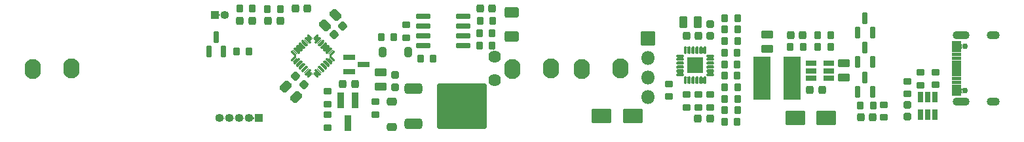
<source format=gbr>
%TF.GenerationSoftware,KiCad,Pcbnew,(7.0.0)*%
%TF.CreationDate,2023-05-08T01:10:33+02:00*%
%TF.ProjectId,Stacja Lutownicza V0.1,53746163-6a61-4204-9c75-746f776e6963,rev?*%
%TF.SameCoordinates,Original*%
%TF.FileFunction,Soldermask,Bot*%
%TF.FilePolarity,Negative*%
%FSLAX46Y46*%
G04 Gerber Fmt 4.6, Leading zero omitted, Abs format (unit mm)*
G04 Created by KiCad (PCBNEW (7.0.0)) date 2023-05-08 01:10:33*
%MOMM*%
%LPD*%
G01*
G04 APERTURE LIST*
G04 Aperture macros list*
%AMRoundRect*
0 Rectangle with rounded corners*
0 $1 Rounding radius*
0 $2 $3 $4 $5 $6 $7 $8 $9 X,Y pos of 4 corners*
0 Add a 4 corners polygon primitive as box body*
4,1,4,$2,$3,$4,$5,$6,$7,$8,$9,$2,$3,0*
0 Add four circle primitives for the rounded corners*
1,1,$1+$1,$2,$3*
1,1,$1+$1,$4,$5*
1,1,$1+$1,$6,$7*
1,1,$1+$1,$8,$9*
0 Add four rect primitives between the rounded corners*
20,1,$1+$1,$2,$3,$4,$5,0*
20,1,$1+$1,$4,$5,$6,$7,0*
20,1,$1+$1,$6,$7,$8,$9,0*
20,1,$1+$1,$8,$9,$2,$3,0*%
%AMFreePoly0*
4,1,31,0.099134,0.423694,0.130954,0.410514,0.147175,0.399674,0.158014,0.383454,0.171194,0.351634,0.175000,0.332500,0.175000,-0.332500,0.171194,-0.351634,0.158014,-0.383454,0.147175,-0.399674,0.130954,-0.410514,0.099134,-0.423694,0.080000,-0.427500,-0.080000,-0.427500,-0.099134,-0.423694,-0.130954,-0.410514,-0.147175,-0.399674,-0.158014,-0.383454,-0.171194,-0.351634,-0.175000,-0.332500,
-0.175000,0.198860,-0.171193,0.217994,-0.158014,0.249814,-0.147175,0.266035,-0.013535,0.399675,0.002685,0.410514,0.034505,0.423695,0.053642,0.427150,0.053642,0.427500,0.080000,0.427500,0.099134,0.423694,0.099134,0.423694,$1*%
%AMFreePoly1*
4,1,30,-0.034506,0.423693,-0.002686,0.410514,0.013535,0.399675,0.147175,0.266034,0.158014,0.249812,0.171194,0.217990,0.175000,0.198858,0.175000,-0.332500,0.171194,-0.351634,0.158014,-0.383454,0.147175,-0.399674,0.130954,-0.410514,0.099134,-0.423694,0.080000,-0.427500,-0.080000,-0.427500,-0.099134,-0.423694,-0.130954,-0.410514,-0.147175,-0.399674,-0.158014,-0.383454,-0.171194,-0.351634,
-0.175000,-0.332500,-0.175000,0.332500,-0.171194,0.351634,-0.158014,0.383454,-0.147175,0.399674,-0.130954,0.410514,-0.099134,0.423694,-0.080000,0.427500,-0.053640,0.427500,-0.034506,0.423693,-0.034506,0.423693,$1*%
%AMFreePoly2*
4,1,30,0.351634,0.171194,0.383454,0.158014,0.399674,0.147175,0.410514,0.130954,0.423694,0.099134,0.427500,0.080000,0.427500,-0.080000,0.423694,-0.099134,0.410514,-0.130954,0.399674,-0.147175,0.383454,-0.158014,0.351634,-0.171194,0.332500,-0.175000,-0.198860,-0.175001,-0.217997,-0.171194,-0.249818,-0.158011,-0.266035,-0.147174,-0.399675,-0.013535,-0.410514,0.002686,-0.423693,0.034506,
-0.427500,0.053640,-0.427500,0.080000,-0.423694,0.099134,-0.410514,0.130954,-0.399674,0.147175,-0.383454,0.158014,-0.351634,0.171194,-0.332500,0.175000,0.332500,0.175000,0.351634,0.171194,0.351634,0.171194,$1*%
%AMFreePoly3*
4,1,31,0.351634,0.171194,0.383454,0.158014,0.399674,0.147175,0.410514,0.130954,0.423694,0.099134,0.427500,0.080000,0.427500,-0.080000,0.423694,-0.099134,0.410514,-0.130954,0.399674,-0.147175,0.383454,-0.158014,0.351634,-0.171194,0.332500,-0.175000,-0.332500,-0.175000,-0.351634,-0.171194,-0.383454,-0.158014,-0.399674,-0.147175,-0.410514,-0.130954,-0.423694,-0.099134,-0.427500,-0.080000,
-0.427500,-0.053640,-0.423694,-0.034507,-0.410514,-0.002686,-0.399675,0.013535,-0.266035,0.147175,-0.249815,0.158014,-0.217995,0.171195,-0.198858,0.174650,-0.198858,0.175000,0.332500,0.175000,0.351634,0.171194,0.351634,0.171194,$1*%
%AMFreePoly4*
4,1,30,0.099134,0.423694,0.130954,0.410514,0.147175,0.399674,0.158014,0.383454,0.171194,0.351634,0.175000,0.332500,0.175001,-0.198860,0.171194,-0.217997,0.158011,-0.249818,0.147174,-0.266035,0.013535,-0.399675,-0.002686,-0.410514,-0.034506,-0.423693,-0.053640,-0.427500,-0.080000,-0.427500,-0.099134,-0.423694,-0.130954,-0.410514,-0.147175,-0.399674,-0.158014,-0.383454,-0.171194,-0.351634,
-0.175000,-0.332500,-0.175000,0.332500,-0.171194,0.351634,-0.158014,0.383454,-0.147175,0.399674,-0.130954,0.410514,-0.099134,0.423694,-0.080000,0.427500,0.080000,0.427500,0.099134,0.423694,0.099134,0.423694,$1*%
%AMFreePoly5*
4,1,30,0.099134,0.423694,0.130954,0.410514,0.147175,0.399674,0.158014,0.383454,0.171194,0.351634,0.175000,0.332500,0.175000,-0.332500,0.171194,-0.351634,0.158014,-0.383454,0.147175,-0.399674,0.130954,-0.410514,0.099134,-0.423694,0.080002,-0.427500,0.053642,-0.427500,0.034503,-0.423694,0.002682,-0.410512,-0.013536,-0.399673,-0.147175,-0.266035,-0.158014,-0.249814,-0.171193,-0.217994,
-0.175000,-0.198860,-0.175000,0.332500,-0.171194,0.351634,-0.158014,0.383454,-0.147175,0.399674,-0.130954,0.410514,-0.099134,0.423694,-0.080000,0.427500,0.080000,0.427500,0.099134,0.423694,0.099134,0.423694,$1*%
%AMFreePoly6*
4,1,30,0.217994,0.171193,0.249814,0.158014,0.266035,0.147175,0.399675,0.013534,0.410514,-0.002688,0.423693,-0.034509,0.427500,-0.053642,0.427500,-0.080000,0.423694,-0.099134,0.410514,-0.130954,0.399674,-0.147175,0.383454,-0.158014,0.351634,-0.171194,0.332500,-0.175000,-0.332500,-0.175000,-0.351634,-0.171194,-0.383454,-0.158014,-0.399674,-0.147175,-0.410514,-0.130954,-0.423694,-0.099134,
-0.427500,-0.080000,-0.427500,0.080000,-0.423694,0.099134,-0.410514,0.130954,-0.399674,0.147175,-0.383454,0.158014,-0.351634,0.171194,-0.332500,0.175000,0.198860,0.175000,0.217994,0.171193,0.217994,0.171193,$1*%
%AMFreePoly7*
4,1,30,0.351634,0.171194,0.383454,0.158014,0.399674,0.147175,0.410514,0.130954,0.423694,0.099134,0.427500,0.080002,0.427500,0.053642,0.423694,0.034503,0.410512,0.002682,0.399673,-0.013536,0.266035,-0.147175,0.249814,-0.158014,0.217994,-0.171193,0.198860,-0.175000,-0.332500,-0.175000,-0.351634,-0.171194,-0.383454,-0.158014,-0.399674,-0.147175,-0.410514,-0.130954,-0.423694,-0.099134,
-0.427500,-0.080000,-0.427500,0.080000,-0.423694,0.099134,-0.410514,0.130954,-0.399674,0.147175,-0.383454,0.158014,-0.351634,0.171194,-0.332500,0.175000,0.332500,0.175000,0.351634,0.171194,0.351634,0.171194,$1*%
G04 Aperture macros list end*
%ADD10RoundRect,0.250000X0.200000X0.275000X-0.200000X0.275000X-0.200000X-0.275000X0.200000X-0.275000X0*%
%ADD11RoundRect,0.238000X0.812000X0.812000X-0.812000X0.812000X-0.812000X-0.812000X0.812000X-0.812000X0*%
%ADD12RoundRect,0.125000X0.075000X-0.350000X0.075000X0.350000X-0.075000X0.350000X-0.075000X-0.350000X0*%
%ADD13RoundRect,0.125000X0.350000X0.075000X-0.350000X0.075000X-0.350000X-0.075000X0.350000X-0.075000X0*%
%ADD14RoundRect,0.275000X0.225000X0.250000X-0.225000X0.250000X-0.225000X-0.250000X0.225000X-0.250000X0*%
%ADD15RoundRect,0.250000X0.275000X-0.200000X0.275000X0.200000X-0.275000X0.200000X-0.275000X-0.200000X0*%
%ADD16RoundRect,0.300000X-0.512652X-0.159099X-0.159099X-0.512652X0.512652X0.159099X0.159099X0.512652X0*%
%ADD17RoundRect,0.300000X-0.625000X0.400000X-0.625000X-0.400000X0.625000X-0.400000X0.625000X0.400000X0*%
%ADD18RoundRect,0.250000X-0.200000X-0.275000X0.200000X-0.275000X0.200000X0.275000X-0.200000X0.275000X0*%
%ADD19RoundRect,0.200000X-0.587500X-0.150000X0.587500X-0.150000X0.587500X0.150000X-0.587500X0.150000X0*%
%ADD20RoundRect,0.050000X-0.850000X-0.850000X0.850000X-0.850000X0.850000X0.850000X-0.850000X0.850000X0*%
%ADD21O,1.800000X1.800000*%
%ADD22RoundRect,0.300000X1.000000X0.650000X-1.000000X0.650000X-1.000000X-0.650000X1.000000X-0.650000X0*%
%ADD23RoundRect,0.200000X0.150000X-0.587500X0.150000X0.587500X-0.150000X0.587500X-0.150000X-0.587500X0*%
%ADD24RoundRect,0.050000X-0.400000X0.950000X-0.400000X-0.950000X0.400000X-0.950000X0.400000X0.950000X0*%
%ADD25RoundRect,0.250000X-0.275000X0.200000X-0.275000X-0.200000X0.275000X-0.200000X0.275000X0.200000X0*%
%ADD26RoundRect,0.275000X0.250000X-0.225000X0.250000X0.225000X-0.250000X0.225000X-0.250000X-0.225000X0*%
%ADD27RoundRect,0.050000X-0.500000X0.500000X-0.500000X-0.500000X0.500000X-0.500000X0.500000X0.500000X0*%
%ADD28O,1.100000X1.100000*%
%ADD29RoundRect,0.268750X0.218750X0.256250X-0.218750X0.256250X-0.218750X-0.256250X0.218750X-0.256250X0*%
%ADD30RoundRect,0.300000X0.475000X-0.250000X0.475000X0.250000X-0.475000X0.250000X-0.475000X-0.250000X0*%
%ADD31RoundRect,0.275000X0.225000X0.375000X-0.225000X0.375000X-0.225000X-0.375000X0.225000X-0.375000X0*%
%ADD32RoundRect,0.300000X0.159099X-0.512652X0.512652X-0.159099X-0.159099X0.512652X-0.512652X0.159099X0*%
%ADD33RoundRect,0.050000X1.075000X-2.750000X1.075000X2.750000X-1.075000X2.750000X-1.075000X-2.750000X0*%
%ADD34RoundRect,0.300000X0.250000X0.475000X-0.250000X0.475000X-0.250000X-0.475000X0.250000X-0.475000X0*%
%ADD35C,1.624000*%
%ADD36RoundRect,0.275000X-0.335876X-0.017678X-0.017678X-0.335876X0.335876X0.017678X0.017678X0.335876X0*%
%ADD37RoundRect,0.200000X-0.512500X-0.150000X0.512500X-0.150000X0.512500X0.150000X-0.512500X0.150000X0*%
%ADD38RoundRect,0.275000X-0.375000X0.225000X-0.375000X-0.225000X0.375000X-0.225000X0.375000X0.225000X0*%
%ADD39C,0.750000*%
%ADD40RoundRect,0.050000X-0.575000X0.150000X-0.575000X-0.150000X0.575000X-0.150000X0.575000X0.150000X0*%
%ADD41O,2.200000X1.100000*%
%ADD42O,1.700000X1.100000*%
%ADD43RoundRect,0.275000X0.017678X-0.335876X0.335876X-0.017678X-0.017678X0.335876X-0.335876X0.017678X0*%
%ADD44RoundRect,0.275000X-0.225000X-0.250000X0.225000X-0.250000X0.225000X0.250000X-0.225000X0.250000X0*%
%ADD45RoundRect,0.200000X-0.150000X0.512500X-0.150000X-0.512500X0.150000X-0.512500X0.150000X0.512500X0*%
%ADD46O,2.100000X2.600000*%
%ADD47FreePoly0,225.000000*%
%ADD48RoundRect,0.112500X-0.220971X0.309359X-0.309359X0.220971X0.220971X-0.309359X0.309359X-0.220971X0*%
%ADD49FreePoly1,225.000000*%
%ADD50FreePoly2,225.000000*%
%ADD51RoundRect,0.112500X0.220971X0.309359X-0.309359X-0.220971X-0.220971X-0.309359X0.309359X0.220971X0*%
%ADD52FreePoly3,225.000000*%
%ADD53FreePoly4,225.000000*%
%ADD54FreePoly5,225.000000*%
%ADD55FreePoly6,225.000000*%
%ADD56FreePoly7,225.000000*%
%ADD57RoundRect,0.050000X0.500000X-0.500000X0.500000X0.500000X-0.500000X0.500000X-0.500000X-0.500000X0*%
%ADD58RoundRect,0.300000X-1.000000X-0.650000X1.000000X-0.650000X1.000000X0.650000X-1.000000X0.650000X0*%
%ADD59RoundRect,0.300000X-0.850000X-0.350000X0.850000X-0.350000X0.850000X0.350000X-0.850000X0.350000X0*%
%ADD60RoundRect,0.299997X-2.950003X-2.650003X2.950003X-2.650003X2.950003X2.650003X-2.950003X2.650003X0*%
%ADD61RoundRect,0.200000X0.725000X0.150000X-0.725000X0.150000X-0.725000X-0.150000X0.725000X-0.150000X0*%
G04 APERTURE END LIST*
D10*
%TO.C,R28*%
X188450000Y-87450000D03*
X190100000Y-87450000D03*
%TD*%
D11*
%TO.C,U5*%
X184650000Y-90600000D03*
D12*
X185900000Y-88650000D03*
X185400000Y-88650000D03*
X184900000Y-88650000D03*
X184400000Y-88650000D03*
X183900000Y-88650000D03*
X183400000Y-88650000D03*
D13*
X182700000Y-89350000D03*
X182700000Y-89850000D03*
X182700000Y-90350000D03*
X182700000Y-90850000D03*
X182700000Y-91350000D03*
X182700000Y-91850000D03*
D12*
X183400000Y-92550000D03*
X183900000Y-92550000D03*
X184400000Y-92550000D03*
X184900000Y-92550000D03*
X185400000Y-92550000D03*
X185900000Y-92550000D03*
D13*
X186600000Y-91850000D03*
X186600000Y-91350000D03*
X186600000Y-90850000D03*
X186600000Y-90350000D03*
X186600000Y-89850000D03*
X186600000Y-89350000D03*
%TD*%
D14*
%TO.C,C15*%
X134525000Y-83250000D03*
X132975000Y-83250000D03*
%TD*%
D15*
%TO.C,R17*%
X147250000Y-87000000D03*
X147250000Y-85350000D03*
%TD*%
D16*
%TO.C,C25*%
X131706498Y-93380241D03*
X133050000Y-94723743D03*
%TD*%
D10*
%TO.C,R15*%
X150800000Y-89700000D03*
X149150000Y-89700000D03*
%TD*%
D17*
%TO.C,R7*%
X160900000Y-83750000D03*
X160900000Y-86850000D03*
%TD*%
D14*
%TO.C,C6*%
X158375000Y-83205000D03*
X156825000Y-83205000D03*
%TD*%
%TO.C,C12*%
X183497382Y-86800000D03*
X185047382Y-86800000D03*
%TD*%
D10*
%TO.C,R32*%
X190100000Y-94950000D03*
X188450000Y-94950000D03*
%TD*%
%TO.C,R6*%
X200500000Y-86700000D03*
X202150000Y-86700000D03*
%TD*%
D18*
%TO.C,R33*%
X190100000Y-93450000D03*
X188450000Y-93450000D03*
%TD*%
D10*
%TO.C,R20*%
X125775000Y-83250000D03*
X127425000Y-83250000D03*
%TD*%
%TO.C,R34*%
X188450000Y-96450000D03*
X190100000Y-96450000D03*
%TD*%
D15*
%TO.C,R25*%
X181250000Y-93000000D03*
X181250000Y-94650000D03*
%TD*%
%TO.C,R39*%
X215675000Y-91500000D03*
X215675000Y-93150000D03*
%TD*%
D19*
%TO.C,U3*%
X141825000Y-90500000D03*
X139950000Y-89550000D03*
X139950000Y-91450000D03*
%TD*%
D20*
%TO.C,OLED1*%
X178500000Y-87095000D03*
D21*
X178499999Y-89634999D03*
X178499999Y-92174999D03*
X178499999Y-94714999D03*
%TD*%
D22*
%TO.C,D3*%
X197550000Y-97400000D03*
X201550000Y-97400000D03*
%TD*%
D23*
%TO.C,Q1*%
X206600000Y-92187500D03*
X205650000Y-94062500D03*
X207550000Y-94062500D03*
%TD*%
D24*
%TO.C,Q4*%
X138800000Y-95150000D03*
X140700000Y-95150000D03*
X139750000Y-98150000D03*
%TD*%
D25*
%TO.C,R8*%
X143350000Y-95325000D03*
X143350000Y-96975000D03*
%TD*%
%TO.C,R10*%
X137150000Y-93975000D03*
X137150000Y-95625000D03*
%TD*%
D10*
%TO.C,R21*%
X198575000Y-88200000D03*
X196925000Y-88200000D03*
%TD*%
D26*
%TO.C,C30*%
X212100000Y-95700000D03*
X212100000Y-97250000D03*
%TD*%
D27*
%TO.C,BZ1*%
X122530000Y-84050000D03*
D28*
X123799999Y-84049999D03*
%TD*%
D29*
%TO.C,D9*%
X131000000Y-84850000D03*
X129425000Y-84850000D03*
%TD*%
D23*
%TO.C,Q5*%
X122755000Y-86906548D03*
X121805000Y-88781548D03*
X123705000Y-88781548D03*
%TD*%
D10*
%TO.C,R36*%
X188425000Y-91950000D03*
X190075000Y-91950000D03*
%TD*%
D26*
%TO.C,C20*%
X186550000Y-86750000D03*
X186550000Y-85200000D03*
%TD*%
D30*
%TO.C,C3*%
X203850000Y-90300000D03*
X203850000Y-92200000D03*
%TD*%
D31*
%TO.C,D5*%
X147525000Y-88900000D03*
X144225000Y-88900000D03*
%TD*%
D18*
%TO.C,R1*%
X207625000Y-95812500D03*
X205975000Y-95812500D03*
%TD*%
D15*
%TO.C,R40*%
X213712500Y-91525000D03*
X213712500Y-93175000D03*
%TD*%
D10*
%TO.C,R13*%
X158400000Y-88000000D03*
X156750000Y-88000000D03*
%TD*%
D18*
%TO.C,R11*%
X156750000Y-86400000D03*
X158400000Y-86400000D03*
%TD*%
D29*
%TO.C,D7*%
X198537500Y-86700000D03*
X196962500Y-86700000D03*
%TD*%
D15*
%TO.C,R19*%
X212100000Y-92675000D03*
X212100000Y-94325000D03*
%TD*%
D30*
%TO.C,C16*%
X144000000Y-93400000D03*
X144000000Y-91500000D03*
%TD*%
D10*
%TO.C,R16*%
X145725000Y-86900000D03*
X144075000Y-86900000D03*
%TD*%
D32*
%TO.C,C27*%
X136778249Y-85371751D03*
X138121751Y-84028249D03*
%TD*%
D15*
%TO.C,R37*%
X183547382Y-94400000D03*
X183547382Y-96050000D03*
%TD*%
D33*
%TO.C,L1*%
X193300000Y-92300000D03*
X197150000Y-92300000D03*
%TD*%
D10*
%TO.C,R12*%
X158475000Y-84800000D03*
X156825000Y-84800000D03*
%TD*%
D30*
%TO.C,C5*%
X193950000Y-86600000D03*
X193950000Y-88500000D03*
%TD*%
D18*
%TO.C,R35*%
X190075000Y-97950000D03*
X188425000Y-97950000D03*
%TD*%
D34*
%TO.C,C11*%
X183100000Y-85000000D03*
X185000000Y-85000000D03*
%TD*%
D10*
%TO.C,R14*%
X127000000Y-88775000D03*
X125350000Y-88775000D03*
%TD*%
D23*
%TO.C,D1*%
X206600000Y-84462500D03*
X205650000Y-86337500D03*
X207550000Y-86337500D03*
%TD*%
D18*
%TO.C,R31*%
X190100000Y-84450000D03*
X188450000Y-84450000D03*
%TD*%
D35*
%TO.C,SW4*%
X158750000Y-89500000D03*
X158750000Y-92500000D03*
%TD*%
D29*
%TO.C,D8*%
X184984882Y-97500000D03*
X186559882Y-97500000D03*
%TD*%
D25*
%TO.C,R9*%
X137150000Y-97050000D03*
X137150000Y-98700000D03*
%TD*%
D10*
%TO.C,R22*%
X188425000Y-90450000D03*
X190075000Y-90450000D03*
%TD*%
D25*
%TO.C,R2*%
X209050000Y-97375000D03*
X209050000Y-95725000D03*
%TD*%
D26*
%TO.C,C17*%
X145850000Y-93425000D03*
X145850000Y-91875000D03*
%TD*%
D36*
%TO.C,C14*%
X132980241Y-92053984D03*
X134076257Y-93150000D03*
%TD*%
D37*
%TO.C,U1*%
X201887500Y-92250000D03*
X201887500Y-91300000D03*
X201887500Y-90350000D03*
X199612500Y-90350000D03*
X199612500Y-91300000D03*
X199612500Y-92250000D03*
%TD*%
D38*
%TO.C,D4*%
X145400000Y-95350000D03*
X145400000Y-98650000D03*
%TD*%
D15*
%TO.C,R27*%
X186547382Y-94425000D03*
X186547382Y-96075000D03*
%TD*%
D10*
%TO.C,R30*%
X188450000Y-85950000D03*
X190100000Y-85950000D03*
%TD*%
D39*
%TO.C,J3*%
X219470000Y-88110000D03*
X219470000Y-93890000D03*
D40*
X218405000Y-87650000D03*
X218405000Y-88450000D03*
X218405000Y-89750000D03*
X218405000Y-90750000D03*
X218405000Y-91250000D03*
X218405000Y-92250000D03*
X218405000Y-93550000D03*
X218405000Y-94350000D03*
X218405000Y-94050000D03*
X218405000Y-93250000D03*
X218405000Y-92750000D03*
X218405000Y-91750000D03*
X218405000Y-90250000D03*
X218405000Y-89250000D03*
X218405000Y-88750000D03*
X218405000Y-87950000D03*
D41*
X218969999Y-86679999D03*
D42*
X223149999Y-86679999D03*
D41*
X218969999Y-95319999D03*
D42*
X223149999Y-95319999D03*
%TD*%
D18*
%TO.C,R5*%
X202130834Y-88200000D03*
X200480834Y-88200000D03*
%TD*%
D43*
%TO.C,C28*%
X138001992Y-86598008D03*
X139098008Y-85501992D03*
%TD*%
D14*
%TO.C,C31*%
X140650000Y-93050000D03*
X139100000Y-93050000D03*
%TD*%
D23*
%TO.C,Q2*%
X206600000Y-88312500D03*
X205650000Y-90187500D03*
X207550000Y-90187500D03*
%TD*%
D44*
%TO.C,C2*%
X207575000Y-97312500D03*
X206025000Y-97312500D03*
%TD*%
D14*
%TO.C,C4*%
X199475000Y-93800000D03*
X201025000Y-93800000D03*
%TD*%
D18*
%TO.C,R29*%
X190075000Y-88950000D03*
X188425000Y-88950000D03*
%TD*%
D10*
%TO.C,R38*%
X131025000Y-83300000D03*
X129375000Y-83300000D03*
%TD*%
D25*
%TO.C,R26*%
X185047382Y-96075000D03*
X185047382Y-94425000D03*
%TD*%
D29*
%TO.C,D6*%
X125812500Y-84800000D03*
X127387500Y-84800000D03*
%TD*%
D45*
%TO.C,U6*%
X213737500Y-97037500D03*
X214687500Y-97037500D03*
X215637500Y-97037500D03*
X215637500Y-94762500D03*
X214687500Y-94762500D03*
X213737500Y-94762500D03*
%TD*%
D46*
%TO.C,E1*%
X103999999Y-90999999D03*
X98999999Y-91099999D03*
%TD*%
D47*
%TO.C,U4*%
X134875108Y-86926894D03*
D48*
X134563981Y-87322874D03*
X134210428Y-87676427D03*
X133856875Y-88029981D03*
X133503321Y-88383534D03*
X133149768Y-88737087D03*
D49*
X132753788Y-89048214D03*
D50*
X132753788Y-89751786D03*
D51*
X133149768Y-90062913D03*
X133503321Y-90416466D03*
X133856875Y-90770019D03*
X134210428Y-91123573D03*
X134563981Y-91477126D03*
D52*
X134875108Y-91873106D03*
D53*
X135578680Y-91873106D03*
D48*
X135889807Y-91477126D03*
X136243360Y-91123573D03*
X136596913Y-90770019D03*
X136950467Y-90416466D03*
X137304020Y-90062913D03*
D54*
X137700000Y-89751786D03*
D55*
X137700000Y-89048214D03*
D51*
X137304020Y-88737087D03*
X136950467Y-88383534D03*
X136596913Y-88029981D03*
X136243360Y-87676427D03*
X135889807Y-87322874D03*
D56*
X135578680Y-86926894D03*
%TD*%
D57*
%TO.C,J1*%
X128200000Y-97450000D03*
D28*
X126929999Y-97449999D03*
X125659999Y-97449999D03*
X124389999Y-97449999D03*
X123119999Y-97449999D03*
%TD*%
D46*
%TO.C,-P1*%
X160999999Y-91099999D03*
X165999999Y-90999999D03*
%TD*%
D58*
%TO.C,D2*%
X172550000Y-97200000D03*
X176550000Y-97200000D03*
%TD*%
D59*
%TO.C,Q3*%
X148225000Y-98155000D03*
D60*
X154525000Y-95875000D03*
D59*
X148225000Y-93595000D03*
%TD*%
D61*
%TO.C,U2*%
X154650000Y-84195000D03*
X154650000Y-85465000D03*
X154650000Y-86735000D03*
X154650000Y-88005000D03*
X149500000Y-88005000D03*
X149500000Y-86735000D03*
X149500000Y-85465000D03*
X149500000Y-84195000D03*
%TD*%
D46*
%TO.C,+P1*%
X174999999Y-90999999D03*
X169999999Y-91099999D03*
%TD*%
G36*
X157468812Y-98823905D02*
G01*
X157468969Y-98825803D01*
X157467467Y-98826972D01*
X157467461Y-98826973D01*
X157467132Y-98827000D01*
X151582868Y-98827000D01*
X151581454Y-98826414D01*
X151581453Y-98826413D01*
X151580867Y-98824999D01*
X151581453Y-98823585D01*
X151582867Y-98822999D01*
X157467138Y-98822999D01*
X157468812Y-98823905D01*
G37*
G36*
X127651156Y-97263518D02*
G01*
X127652000Y-97265150D01*
X127652000Y-97634848D01*
X127651156Y-97636480D01*
X127649336Y-97636735D01*
X127648077Y-97635397D01*
X127633180Y-97583181D01*
X127593396Y-97547070D01*
X127540549Y-97537385D01*
X127490548Y-97557044D01*
X127462254Y-97595014D01*
X127460581Y-97595818D01*
X127458968Y-97594901D01*
X127458802Y-97593053D01*
X127459310Y-97591826D01*
X127477982Y-97450000D01*
X127459310Y-97308173D01*
X127458801Y-97306944D01*
X127458967Y-97305096D01*
X127460580Y-97304179D01*
X127462253Y-97304983D01*
X127490548Y-97342954D01*
X127540549Y-97362612D01*
X127593397Y-97352927D01*
X127633180Y-97316816D01*
X127648077Y-97264601D01*
X127649336Y-97263263D01*
X127651156Y-97263518D01*
G37*
G36*
X126398966Y-97314597D02*
G01*
X126399613Y-97316346D01*
X126382017Y-97449999D01*
X126399613Y-97583652D01*
X126398966Y-97585401D01*
X126397158Y-97585856D01*
X126395760Y-97584622D01*
X126394825Y-97582156D01*
X126394710Y-97581688D01*
X126392320Y-97562007D01*
X126369835Y-97510387D01*
X126322997Y-97479702D01*
X126267003Y-97479702D01*
X126220164Y-97510387D01*
X126197679Y-97562007D01*
X126195289Y-97581688D01*
X126195174Y-97582156D01*
X126194240Y-97584618D01*
X126192842Y-97585853D01*
X126191034Y-97585397D01*
X126190387Y-97583648D01*
X126207982Y-97449999D01*
X126190387Y-97316350D01*
X126191034Y-97314601D01*
X126192842Y-97314146D01*
X126194240Y-97315380D01*
X126195174Y-97317843D01*
X126195289Y-97318311D01*
X126197679Y-97337992D01*
X126220164Y-97389611D01*
X126267003Y-97420297D01*
X126322997Y-97420297D01*
X126369835Y-97389611D01*
X126392320Y-97337992D01*
X126394710Y-97318311D01*
X126394825Y-97317843D01*
X126395760Y-97315376D01*
X126397158Y-97314142D01*
X126398966Y-97314597D01*
G37*
G36*
X125128966Y-97314597D02*
G01*
X125129613Y-97316346D01*
X125112017Y-97449999D01*
X125129613Y-97583652D01*
X125128966Y-97585401D01*
X125127158Y-97585856D01*
X125125760Y-97584622D01*
X125124825Y-97582156D01*
X125124710Y-97581688D01*
X125122320Y-97562007D01*
X125099835Y-97510387D01*
X125052997Y-97479702D01*
X124997003Y-97479702D01*
X124950164Y-97510387D01*
X124927679Y-97562007D01*
X124925289Y-97581688D01*
X124925174Y-97582156D01*
X124924240Y-97584618D01*
X124922842Y-97585853D01*
X124921034Y-97585397D01*
X124920387Y-97583648D01*
X124937982Y-97449999D01*
X124920387Y-97316350D01*
X124921034Y-97314601D01*
X124922842Y-97314146D01*
X124924240Y-97315380D01*
X124925174Y-97317843D01*
X124925289Y-97318311D01*
X124927679Y-97337992D01*
X124950164Y-97389611D01*
X124997003Y-97420297D01*
X125052997Y-97420297D01*
X125099835Y-97389611D01*
X125122320Y-97337992D01*
X125124710Y-97318311D01*
X125124825Y-97317843D01*
X125125760Y-97315376D01*
X125127158Y-97314142D01*
X125128966Y-97314597D01*
G37*
G36*
X123858966Y-97314597D02*
G01*
X123859613Y-97316346D01*
X123842017Y-97449999D01*
X123859613Y-97583652D01*
X123858966Y-97585401D01*
X123857158Y-97585856D01*
X123855760Y-97584622D01*
X123854825Y-97582156D01*
X123854710Y-97581688D01*
X123852320Y-97562007D01*
X123829835Y-97510387D01*
X123782997Y-97479702D01*
X123727003Y-97479702D01*
X123680164Y-97510387D01*
X123657679Y-97562007D01*
X123655289Y-97581688D01*
X123655174Y-97582156D01*
X123654240Y-97584618D01*
X123652842Y-97585853D01*
X123651034Y-97585397D01*
X123650387Y-97583648D01*
X123667982Y-97449999D01*
X123650387Y-97316350D01*
X123651034Y-97314601D01*
X123652842Y-97314146D01*
X123654240Y-97315380D01*
X123655174Y-97317843D01*
X123655289Y-97318311D01*
X123657679Y-97337992D01*
X123680164Y-97389611D01*
X123727003Y-97420297D01*
X123782997Y-97420297D01*
X123829835Y-97389611D01*
X123852320Y-97337992D01*
X123854710Y-97318311D01*
X123854825Y-97317843D01*
X123855760Y-97315376D01*
X123857158Y-97314142D01*
X123858966Y-97314597D01*
G37*
G36*
X157776979Y-93232578D02*
G01*
X157776980Y-93232585D01*
X157777000Y-93232868D01*
X157777000Y-95882243D01*
X157776000Y-95883975D01*
X157774000Y-95883975D01*
X157773000Y-95882243D01*
X157772999Y-93232861D01*
X157773918Y-93231178D01*
X157775831Y-93231042D01*
X157776979Y-93232578D01*
G37*
G36*
X219031909Y-93563827D02*
G01*
X219049578Y-93620258D01*
X219095783Y-93656152D01*
X219154207Y-93659284D01*
X219204258Y-93628368D01*
X219223588Y-93606061D01*
X219224019Y-93605689D01*
X219234454Y-93598982D01*
X219236322Y-93598825D01*
X219237499Y-93600285D01*
X219236949Y-93602078D01*
X219168257Y-93670770D01*
X219115279Y-93774745D01*
X219097024Y-93889999D01*
X219115279Y-94005254D01*
X219168257Y-94109229D01*
X219236947Y-94177919D01*
X219237497Y-94179711D01*
X219236320Y-94181172D01*
X219234452Y-94181016D01*
X219224020Y-94174312D01*
X219223589Y-94173939D01*
X219204259Y-94151631D01*
X219154208Y-94120714D01*
X219095784Y-94123846D01*
X219049579Y-94159740D01*
X219031909Y-94216172D01*
X219030632Y-94217472D01*
X219028830Y-94217196D01*
X219028000Y-94215574D01*
X219028000Y-93900199D01*
X219024309Y-93881645D01*
X219013913Y-93866086D01*
X218998354Y-93855690D01*
X218979801Y-93852000D01*
X217830199Y-93852000D01*
X217811645Y-93855690D01*
X217799928Y-93863519D01*
X217798174Y-93863750D01*
X217796923Y-93862499D01*
X217797154Y-93860745D01*
X217801199Y-93854692D01*
X217817790Y-93799999D01*
X217801199Y-93745307D01*
X217797154Y-93739254D01*
X217796923Y-93737500D01*
X217798174Y-93736249D01*
X217799928Y-93736480D01*
X217811645Y-93744309D01*
X217830199Y-93748000D01*
X218979801Y-93748000D01*
X218998354Y-93744309D01*
X219013913Y-93733913D01*
X219024309Y-93718354D01*
X219028000Y-93699801D01*
X219028000Y-93564425D01*
X219028830Y-93562803D01*
X219030632Y-93562527D01*
X219031909Y-93563827D01*
G37*
G36*
X217799931Y-92936481D02*
G01*
X217811645Y-92944309D01*
X217830199Y-92948000D01*
X218979801Y-92948000D01*
X218998354Y-92944309D01*
X219010068Y-92936482D01*
X219011822Y-92936251D01*
X219013073Y-92937502D01*
X219012842Y-92939256D01*
X219008800Y-92945305D01*
X218992208Y-93000000D01*
X219008800Y-93054694D01*
X219012842Y-93060743D01*
X219013073Y-93062497D01*
X219011822Y-93063748D01*
X219010068Y-93063517D01*
X218998354Y-93055690D01*
X218979801Y-93052000D01*
X217830199Y-93052000D01*
X217811645Y-93055690D01*
X217799928Y-93063520D01*
X217798174Y-93063751D01*
X217796923Y-93062500D01*
X217797154Y-93060746D01*
X217801200Y-93054690D01*
X217817790Y-92999998D01*
X217801199Y-92945305D01*
X217797157Y-92939255D01*
X217796926Y-92937501D01*
X217798177Y-92936250D01*
X217799931Y-92936481D01*
G37*
G36*
X185729147Y-92124831D02*
G01*
X185728950Y-92126677D01*
X185711399Y-92152944D01*
X185702000Y-92200199D01*
X185702000Y-92899801D01*
X185711399Y-92947055D01*
X185728949Y-92973320D01*
X185729146Y-92975166D01*
X185727740Y-92976379D01*
X185725943Y-92975913D01*
X185696167Y-92948926D01*
X185649999Y-92937361D01*
X185603832Y-92948926D01*
X185574056Y-92975913D01*
X185572259Y-92976379D01*
X185570853Y-92975166D01*
X185571050Y-92973320D01*
X185588600Y-92947055D01*
X185598000Y-92899801D01*
X185598000Y-92200199D01*
X185588600Y-92152944D01*
X185571049Y-92126677D01*
X185570852Y-92124831D01*
X185572258Y-92123618D01*
X185574055Y-92124084D01*
X185603833Y-92151073D01*
X185650000Y-92162637D01*
X185696166Y-92151073D01*
X185725944Y-92124084D01*
X185727741Y-92123618D01*
X185729147Y-92124831D01*
G37*
G36*
X185229147Y-92124831D02*
G01*
X185228950Y-92126677D01*
X185211399Y-92152944D01*
X185202000Y-92200199D01*
X185202000Y-92899801D01*
X185211399Y-92947055D01*
X185228949Y-92973320D01*
X185229146Y-92975166D01*
X185227740Y-92976379D01*
X185225943Y-92975913D01*
X185196167Y-92948926D01*
X185149999Y-92937361D01*
X185103832Y-92948926D01*
X185074056Y-92975913D01*
X185072259Y-92976379D01*
X185070853Y-92975166D01*
X185071050Y-92973320D01*
X185088600Y-92947055D01*
X185098000Y-92899801D01*
X185098000Y-92200199D01*
X185088600Y-92152944D01*
X185071049Y-92126677D01*
X185070852Y-92124831D01*
X185072258Y-92123618D01*
X185074055Y-92124084D01*
X185103833Y-92151073D01*
X185150000Y-92162637D01*
X185196166Y-92151073D01*
X185225944Y-92124084D01*
X185227741Y-92123618D01*
X185229147Y-92124831D01*
G37*
G36*
X184729147Y-92124831D02*
G01*
X184728950Y-92126677D01*
X184711399Y-92152944D01*
X184702000Y-92200199D01*
X184702000Y-92899801D01*
X184711399Y-92947055D01*
X184728949Y-92973320D01*
X184729146Y-92975166D01*
X184727740Y-92976379D01*
X184725943Y-92975913D01*
X184696167Y-92948926D01*
X184649999Y-92937361D01*
X184603832Y-92948926D01*
X184574056Y-92975913D01*
X184572259Y-92976379D01*
X184570853Y-92975166D01*
X184571050Y-92973320D01*
X184588600Y-92947055D01*
X184598000Y-92899801D01*
X184598000Y-92200199D01*
X184588600Y-92152944D01*
X184571049Y-92126677D01*
X184570852Y-92124831D01*
X184572258Y-92123618D01*
X184574055Y-92124084D01*
X184603833Y-92151073D01*
X184650000Y-92162637D01*
X184696166Y-92151073D01*
X184725944Y-92124084D01*
X184727741Y-92123618D01*
X184729147Y-92124831D01*
G37*
G36*
X184229147Y-92124831D02*
G01*
X184228950Y-92126677D01*
X184211399Y-92152944D01*
X184202000Y-92200199D01*
X184202000Y-92899801D01*
X184211399Y-92947055D01*
X184228949Y-92973320D01*
X184229146Y-92975166D01*
X184227740Y-92976379D01*
X184225943Y-92975913D01*
X184196167Y-92948926D01*
X184149999Y-92937361D01*
X184103832Y-92948926D01*
X184074056Y-92975913D01*
X184072259Y-92976379D01*
X184070853Y-92975166D01*
X184071050Y-92973320D01*
X184088600Y-92947055D01*
X184098000Y-92899801D01*
X184098000Y-92200199D01*
X184088600Y-92152944D01*
X184071049Y-92126677D01*
X184070852Y-92124831D01*
X184072258Y-92123618D01*
X184074055Y-92124084D01*
X184103833Y-92151073D01*
X184150000Y-92162637D01*
X184196166Y-92151073D01*
X184225944Y-92124084D01*
X184227741Y-92123618D01*
X184229147Y-92124831D01*
G37*
G36*
X183729147Y-92124831D02*
G01*
X183728950Y-92126677D01*
X183711399Y-92152944D01*
X183702000Y-92200199D01*
X183702000Y-92899801D01*
X183711399Y-92947055D01*
X183728949Y-92973320D01*
X183729146Y-92975166D01*
X183727740Y-92976379D01*
X183725943Y-92975913D01*
X183696167Y-92948926D01*
X183649999Y-92937361D01*
X183603832Y-92948926D01*
X183574056Y-92975913D01*
X183572259Y-92976379D01*
X183570853Y-92975166D01*
X183571050Y-92973320D01*
X183588600Y-92947055D01*
X183598000Y-92899801D01*
X183598000Y-92200199D01*
X183588600Y-92152944D01*
X183571049Y-92126677D01*
X183570852Y-92124831D01*
X183572258Y-92123618D01*
X183574055Y-92124084D01*
X183603833Y-92151073D01*
X183650000Y-92162637D01*
X183696166Y-92151073D01*
X183725944Y-92124084D01*
X183727741Y-92123618D01*
X183729147Y-92124831D01*
G37*
G36*
X217799928Y-92436480D02*
G01*
X217811645Y-92444309D01*
X217830199Y-92448000D01*
X218979801Y-92448000D01*
X218998354Y-92444309D01*
X219010068Y-92436482D01*
X219011822Y-92436251D01*
X219013073Y-92437502D01*
X219012842Y-92439256D01*
X219008800Y-92445305D01*
X218992208Y-92500000D01*
X219008800Y-92554694D01*
X219012842Y-92560743D01*
X219013073Y-92562497D01*
X219011822Y-92563748D01*
X219010068Y-92563517D01*
X218998354Y-92555690D01*
X218979801Y-92552000D01*
X217830199Y-92552000D01*
X217811645Y-92555690D01*
X217799928Y-92563519D01*
X217798174Y-92563750D01*
X217796923Y-92562499D01*
X217797154Y-92560745D01*
X217801199Y-92554692D01*
X217817790Y-92500000D01*
X217801199Y-92445307D01*
X217797154Y-92439254D01*
X217796923Y-92437500D01*
X217798174Y-92436249D01*
X217799928Y-92436480D01*
G37*
G36*
X217799928Y-91936480D02*
G01*
X217811645Y-91944309D01*
X217830199Y-91948000D01*
X218979801Y-91948000D01*
X218998354Y-91944309D01*
X219010065Y-91936483D01*
X219011819Y-91936252D01*
X219013070Y-91937503D01*
X219012839Y-91939257D01*
X219008800Y-91945303D01*
X218992208Y-91999998D01*
X219008799Y-92054692D01*
X219012842Y-92060744D01*
X219013073Y-92062498D01*
X219011822Y-92063749D01*
X219010068Y-92063518D01*
X218998354Y-92055690D01*
X218979801Y-92052000D01*
X217830199Y-92052000D01*
X217811645Y-92055690D01*
X217799928Y-92063519D01*
X217798174Y-92063750D01*
X217796923Y-92062499D01*
X217797154Y-92060745D01*
X217801199Y-92054692D01*
X217817790Y-92000000D01*
X217801199Y-91945307D01*
X217797154Y-91939254D01*
X217796923Y-91937500D01*
X217798174Y-91936249D01*
X217799928Y-91936480D01*
G37*
G36*
X135503972Y-91335951D02*
G01*
X136032501Y-91864480D01*
X136067210Y-91887671D01*
X136068075Y-91889024D01*
X136067666Y-91890577D01*
X136066246Y-91891329D01*
X136017984Y-91894889D01*
X135975276Y-91924970D01*
X135954110Y-91972726D01*
X135959912Y-92019728D01*
X135959629Y-92020908D01*
X135960387Y-92023737D01*
X135960440Y-92024009D01*
X135960577Y-92025117D01*
X135959935Y-92026844D01*
X135958154Y-92027313D01*
X135956744Y-92026127D01*
X135946601Y-92001641D01*
X135935981Y-91985749D01*
X135466036Y-91515804D01*
X135450144Y-91505184D01*
X135418628Y-91492129D01*
X135409335Y-91489639D01*
X135407974Y-91488391D01*
X135408215Y-91486560D01*
X135409853Y-91485707D01*
X135417416Y-91485707D01*
X135468033Y-91471699D01*
X135504050Y-91433869D01*
X135515495Y-91382904D01*
X135500659Y-91337992D01*
X135500877Y-91336281D01*
X135502346Y-91335376D01*
X135503972Y-91335951D01*
G37*
G36*
X134952909Y-91336282D02*
G01*
X134953127Y-91337993D01*
X134938291Y-91382902D01*
X134949734Y-91433866D01*
X134985754Y-91471699D01*
X135036370Y-91485707D01*
X135043935Y-91485707D01*
X135045573Y-91486560D01*
X135045814Y-91488391D01*
X135044453Y-91489639D01*
X135035159Y-91492129D01*
X135003643Y-91505184D01*
X134987751Y-91515804D01*
X134517806Y-91985749D01*
X134507186Y-92001641D01*
X134497047Y-92026118D01*
X134495638Y-92027304D01*
X134493856Y-92026835D01*
X134493214Y-92025109D01*
X134493351Y-92023993D01*
X134493404Y-92023719D01*
X134494158Y-92020904D01*
X134493877Y-92019728D01*
X134499674Y-91972717D01*
X134478506Y-91924965D01*
X134435799Y-91894888D01*
X134387541Y-91891329D01*
X134386121Y-91890577D01*
X134385712Y-91889024D01*
X134386577Y-91887671D01*
X134421286Y-91864480D01*
X134949814Y-91335952D01*
X134951440Y-91335377D01*
X134952909Y-91336282D01*
G37*
G36*
X135308704Y-91541697D02*
G01*
X135308704Y-91543583D01*
X135305291Y-91549967D01*
X135292225Y-91581511D01*
X135288496Y-91600262D01*
X135288496Y-91787867D01*
X135288976Y-91789156D01*
X135288749Y-91793763D01*
X135292205Y-91807564D01*
X135296011Y-91816750D01*
X135305261Y-91839085D01*
X135307985Y-91843322D01*
X135308151Y-91845168D01*
X135306728Y-91846357D01*
X135304940Y-91845867D01*
X135273825Y-91816901D01*
X135226894Y-91804924D01*
X135179962Y-91816901D01*
X135148847Y-91845867D01*
X135147059Y-91846357D01*
X135145636Y-91845168D01*
X135145802Y-91843321D01*
X135148527Y-91839082D01*
X135157777Y-91816750D01*
X135161582Y-91807564D01*
X135165038Y-91793763D01*
X135164812Y-91789156D01*
X135165291Y-91787870D01*
X135165292Y-91600220D01*
X135162920Y-91585240D01*
X135161277Y-91582014D01*
X135161195Y-91580626D01*
X135148496Y-91549967D01*
X135145084Y-91543584D01*
X135145084Y-91541698D01*
X135146652Y-91540651D01*
X135148394Y-91541372D01*
X135150955Y-91544492D01*
X135198475Y-91576241D01*
X135255313Y-91576241D01*
X135302832Y-91544492D01*
X135305394Y-91541371D01*
X135307136Y-91540650D01*
X135308704Y-91541697D01*
G37*
G36*
X186176677Y-91521049D02*
G01*
X186202944Y-91538600D01*
X186250199Y-91548000D01*
X186949801Y-91548000D01*
X186997055Y-91538600D01*
X187023320Y-91521050D01*
X187025166Y-91520853D01*
X187026379Y-91522259D01*
X187025913Y-91524056D01*
X186998926Y-91553832D01*
X186987361Y-91600000D01*
X186998926Y-91646167D01*
X187025913Y-91675943D01*
X187026379Y-91677740D01*
X187025166Y-91679146D01*
X187023320Y-91678949D01*
X186997055Y-91661399D01*
X186949801Y-91652000D01*
X186250199Y-91652000D01*
X186202944Y-91661399D01*
X186176677Y-91678950D01*
X186174831Y-91679147D01*
X186173618Y-91677741D01*
X186174084Y-91675944D01*
X186201073Y-91646166D01*
X186212637Y-91599999D01*
X186201073Y-91553833D01*
X186174084Y-91524055D01*
X186173618Y-91522258D01*
X186174831Y-91520852D01*
X186176677Y-91521049D01*
G37*
G36*
X182276677Y-91521049D02*
G01*
X182302944Y-91538600D01*
X182350199Y-91548000D01*
X183049801Y-91548000D01*
X183097055Y-91538600D01*
X183123320Y-91521050D01*
X183125166Y-91520853D01*
X183126379Y-91522259D01*
X183125913Y-91524056D01*
X183098926Y-91553832D01*
X183087361Y-91600000D01*
X183098926Y-91646167D01*
X183125913Y-91675943D01*
X183126379Y-91677740D01*
X183125166Y-91679146D01*
X183123320Y-91678949D01*
X183097055Y-91661399D01*
X183049801Y-91652000D01*
X182350199Y-91652000D01*
X182302944Y-91661399D01*
X182276677Y-91678950D01*
X182274831Y-91679147D01*
X182273618Y-91677741D01*
X182274084Y-91675944D01*
X182301073Y-91646166D01*
X182312637Y-91599999D01*
X182301073Y-91553833D01*
X182274084Y-91524055D01*
X182273618Y-91522258D01*
X182274831Y-91520852D01*
X182276677Y-91521049D01*
G37*
G36*
X135834288Y-90948374D02*
G01*
X135856005Y-90980878D01*
X136386054Y-91510927D01*
X136418558Y-91532644D01*
X136419425Y-91534013D01*
X136418993Y-91535576D01*
X136417545Y-91536305D01*
X136370155Y-91538633D01*
X136329334Y-91563100D01*
X136304867Y-91603921D01*
X136302539Y-91651311D01*
X136301810Y-91652759D01*
X136300247Y-91653191D01*
X136298878Y-91652324D01*
X136277161Y-91619820D01*
X135747112Y-91089771D01*
X135714608Y-91068054D01*
X135713741Y-91066685D01*
X135714173Y-91065122D01*
X135715621Y-91064393D01*
X135763010Y-91062064D01*
X135803831Y-91037597D01*
X135828298Y-90996776D01*
X135830627Y-90949387D01*
X135831356Y-90947939D01*
X135832919Y-90947507D01*
X135834288Y-90948374D01*
G37*
G36*
X134622431Y-90947939D02*
G01*
X134623160Y-90949387D01*
X134625488Y-90996775D01*
X134649954Y-91037596D01*
X134690775Y-91062064D01*
X134738166Y-91064393D01*
X134739614Y-91065122D01*
X134740046Y-91066684D01*
X134739179Y-91068054D01*
X134706675Y-91089771D01*
X134176626Y-91619820D01*
X134154909Y-91652324D01*
X134153539Y-91653191D01*
X134151977Y-91652759D01*
X134151248Y-91651311D01*
X134148919Y-91603920D01*
X134124451Y-91563099D01*
X134083630Y-91538633D01*
X134036242Y-91536305D01*
X134034794Y-91535576D01*
X134034362Y-91534013D01*
X134035229Y-91532644D01*
X134067733Y-91510927D01*
X134597782Y-90980878D01*
X134619499Y-90948374D01*
X134620868Y-90947507D01*
X134622431Y-90947939D01*
G37*
G36*
X217799931Y-91436481D02*
G01*
X217811645Y-91444309D01*
X217830199Y-91448000D01*
X218979801Y-91448000D01*
X218998354Y-91444309D01*
X219010068Y-91436482D01*
X219011822Y-91436251D01*
X219013073Y-91437502D01*
X219012842Y-91439256D01*
X219008800Y-91445305D01*
X218992208Y-91500000D01*
X219008800Y-91554694D01*
X219012842Y-91560743D01*
X219013073Y-91562497D01*
X219011822Y-91563748D01*
X219010068Y-91563517D01*
X218998354Y-91555690D01*
X218979801Y-91552000D01*
X217830199Y-91552000D01*
X217811645Y-91555690D01*
X217799928Y-91563520D01*
X217798174Y-91563751D01*
X217796923Y-91562500D01*
X217797154Y-91560746D01*
X217801200Y-91554690D01*
X217817790Y-91499998D01*
X217801199Y-91445305D01*
X217797157Y-91439255D01*
X217796926Y-91437501D01*
X217798177Y-91436250D01*
X217799931Y-91436481D01*
G37*
G36*
X136187841Y-90594820D02*
G01*
X136209558Y-90627324D01*
X136739607Y-91157373D01*
X136772111Y-91179090D01*
X136772978Y-91180459D01*
X136772546Y-91182022D01*
X136771098Y-91182751D01*
X136723708Y-91185079D01*
X136682887Y-91209546D01*
X136658420Y-91250367D01*
X136656092Y-91297758D01*
X136655363Y-91299206D01*
X136653800Y-91299638D01*
X136652431Y-91298771D01*
X136630714Y-91266267D01*
X136100665Y-90736218D01*
X136068161Y-90714501D01*
X136067294Y-90713132D01*
X136067726Y-90711569D01*
X136069174Y-90710840D01*
X136116563Y-90708511D01*
X136157384Y-90684044D01*
X136181851Y-90643223D01*
X136184180Y-90595833D01*
X136184909Y-90594385D01*
X136186472Y-90593953D01*
X136187841Y-90594820D01*
G37*
G36*
X134268878Y-90594385D02*
G01*
X134269607Y-90595833D01*
X134271935Y-90643222D01*
X134296402Y-90684043D01*
X134337222Y-90708511D01*
X134384613Y-90710840D01*
X134386061Y-90711569D01*
X134386493Y-90713131D01*
X134385626Y-90714501D01*
X134353122Y-90736218D01*
X133823073Y-91266267D01*
X133801356Y-91298771D01*
X133799986Y-91299638D01*
X133798424Y-91299206D01*
X133797695Y-91297758D01*
X133795366Y-91250366D01*
X133770898Y-91209545D01*
X133730077Y-91185079D01*
X133682689Y-91182751D01*
X133681241Y-91182022D01*
X133680809Y-91180459D01*
X133681676Y-91179090D01*
X133714180Y-91157373D01*
X134244229Y-90627324D01*
X134265946Y-90594820D01*
X134267315Y-90593953D01*
X134268878Y-90594385D01*
G37*
G36*
X186176677Y-91021049D02*
G01*
X186202944Y-91038600D01*
X186250199Y-91048000D01*
X186949801Y-91048000D01*
X186997055Y-91038600D01*
X187023320Y-91021050D01*
X187025166Y-91020853D01*
X187026379Y-91022259D01*
X187025913Y-91024056D01*
X186998926Y-91053832D01*
X186987361Y-91099999D01*
X186998926Y-91146167D01*
X187025913Y-91175943D01*
X187026379Y-91177740D01*
X187025166Y-91179146D01*
X187023320Y-91178949D01*
X186997055Y-91161399D01*
X186949801Y-91152000D01*
X186250199Y-91152000D01*
X186202944Y-91161399D01*
X186176677Y-91178950D01*
X186174831Y-91179147D01*
X186173618Y-91177741D01*
X186174084Y-91175944D01*
X186201073Y-91146166D01*
X186212637Y-91099999D01*
X186201073Y-91053833D01*
X186174084Y-91024055D01*
X186173618Y-91022258D01*
X186174831Y-91020852D01*
X186176677Y-91021049D01*
G37*
G36*
X182276677Y-91021049D02*
G01*
X182302944Y-91038600D01*
X182350199Y-91048000D01*
X183049801Y-91048000D01*
X183097055Y-91038600D01*
X183123320Y-91021050D01*
X183125166Y-91020853D01*
X183126379Y-91022259D01*
X183125913Y-91024056D01*
X183098926Y-91053832D01*
X183087361Y-91099999D01*
X183098926Y-91146167D01*
X183125913Y-91175943D01*
X183126379Y-91177740D01*
X183125166Y-91179146D01*
X183123320Y-91178949D01*
X183097055Y-91161399D01*
X183049801Y-91152000D01*
X182350199Y-91152000D01*
X182302944Y-91161399D01*
X182276677Y-91178950D01*
X182274831Y-91179147D01*
X182273618Y-91177741D01*
X182274084Y-91175944D01*
X182301073Y-91146166D01*
X182312637Y-91099999D01*
X182301073Y-91053833D01*
X182274084Y-91024055D01*
X182273618Y-91022258D01*
X182274831Y-91020852D01*
X182276677Y-91021049D01*
G37*
G36*
X217799931Y-90936481D02*
G01*
X217811645Y-90944309D01*
X217830199Y-90948000D01*
X218979801Y-90948000D01*
X218998354Y-90944309D01*
X219010065Y-90936483D01*
X219011819Y-90936252D01*
X219013070Y-90937503D01*
X219012839Y-90939257D01*
X219008800Y-90945303D01*
X218992208Y-90999998D01*
X219008799Y-91054692D01*
X219012842Y-91060744D01*
X219013073Y-91062498D01*
X219011822Y-91063749D01*
X219010068Y-91063518D01*
X218998354Y-91055690D01*
X218979801Y-91052000D01*
X217830199Y-91052000D01*
X217811645Y-91055690D01*
X217799928Y-91063520D01*
X217798174Y-91063751D01*
X217796923Y-91062500D01*
X217797154Y-91060746D01*
X217801200Y-91054690D01*
X217817790Y-90999998D01*
X217801199Y-90945305D01*
X217797157Y-90939255D01*
X217796926Y-90937501D01*
X217798177Y-90936250D01*
X217799931Y-90936481D01*
G37*
G36*
X136541395Y-90241267D02*
G01*
X136563112Y-90273771D01*
X137093161Y-90803820D01*
X137125665Y-90825537D01*
X137126532Y-90826906D01*
X137126100Y-90828469D01*
X137124652Y-90829198D01*
X137077261Y-90831526D01*
X137036440Y-90855993D01*
X137011973Y-90896814D01*
X137009645Y-90944204D01*
X137008916Y-90945652D01*
X137007353Y-90946084D01*
X137005984Y-90945217D01*
X136984267Y-90912713D01*
X136454218Y-90382664D01*
X136421714Y-90360947D01*
X136420847Y-90359578D01*
X136421279Y-90358015D01*
X136422727Y-90357286D01*
X136470117Y-90354957D01*
X136510938Y-90330490D01*
X136535405Y-90289669D01*
X136537734Y-90242280D01*
X136538463Y-90240832D01*
X136540026Y-90240400D01*
X136541395Y-90241267D01*
G37*
G36*
X133915324Y-90240832D02*
G01*
X133916053Y-90242280D01*
X133918381Y-90289668D01*
X133942847Y-90330489D01*
X133983668Y-90354957D01*
X134031060Y-90357286D01*
X134032508Y-90358015D01*
X134032940Y-90359577D01*
X134032073Y-90360947D01*
X133999569Y-90382664D01*
X133469520Y-90912713D01*
X133447803Y-90945217D01*
X133446433Y-90946084D01*
X133444871Y-90945652D01*
X133444142Y-90944204D01*
X133441813Y-90896813D01*
X133417345Y-90855993D01*
X133376524Y-90831526D01*
X133329135Y-90829198D01*
X133327687Y-90828469D01*
X133327255Y-90826906D01*
X133328122Y-90825537D01*
X133360626Y-90803820D01*
X133890675Y-90273771D01*
X133912392Y-90241267D01*
X133913761Y-90240400D01*
X133915324Y-90240832D01*
G37*
G36*
X186176679Y-90521050D02*
G01*
X186202944Y-90538600D01*
X186250199Y-90548000D01*
X186949801Y-90548000D01*
X186997055Y-90538600D01*
X187023319Y-90521051D01*
X187025165Y-90520854D01*
X187026378Y-90522260D01*
X187025912Y-90524057D01*
X186998927Y-90553829D01*
X186987361Y-90599996D01*
X186998924Y-90646164D01*
X187025914Y-90675944D01*
X187026380Y-90677741D01*
X187025167Y-90679147D01*
X187023321Y-90678950D01*
X186997055Y-90661399D01*
X186949801Y-90652000D01*
X186250199Y-90652000D01*
X186202944Y-90661399D01*
X186176677Y-90678950D01*
X186174831Y-90679147D01*
X186173618Y-90677741D01*
X186174084Y-90675944D01*
X186201074Y-90646163D01*
X186212637Y-90599996D01*
X186201071Y-90553830D01*
X186174086Y-90524056D01*
X186173620Y-90522259D01*
X186174833Y-90520853D01*
X186176679Y-90521050D01*
G37*
G36*
X182276679Y-90521050D02*
G01*
X182302944Y-90538600D01*
X182350199Y-90548000D01*
X183049801Y-90548000D01*
X183097055Y-90538600D01*
X183123319Y-90521051D01*
X183125165Y-90520854D01*
X183126378Y-90522260D01*
X183125912Y-90524057D01*
X183098927Y-90553829D01*
X183087361Y-90599996D01*
X183098924Y-90646164D01*
X183125914Y-90675944D01*
X183126380Y-90677741D01*
X183125167Y-90679147D01*
X183123321Y-90678950D01*
X183097055Y-90661399D01*
X183049801Y-90652000D01*
X182350199Y-90652000D01*
X182302944Y-90661399D01*
X182276677Y-90678950D01*
X182274831Y-90679147D01*
X182273618Y-90677741D01*
X182274084Y-90675944D01*
X182301074Y-90646163D01*
X182312637Y-90599996D01*
X182301071Y-90553830D01*
X182274086Y-90524056D01*
X182273620Y-90522259D01*
X182274833Y-90520853D01*
X182276679Y-90521050D01*
G37*
G36*
X136894948Y-89887714D02*
G01*
X136916665Y-89920218D01*
X137446714Y-90450267D01*
X137479218Y-90471984D01*
X137480085Y-90473353D01*
X137479653Y-90474916D01*
X137478205Y-90475645D01*
X137430815Y-90477973D01*
X137389994Y-90502440D01*
X137365527Y-90543261D01*
X137363199Y-90590651D01*
X137362470Y-90592099D01*
X137360907Y-90592531D01*
X137359538Y-90591664D01*
X137337821Y-90559160D01*
X136807772Y-90029111D01*
X136775268Y-90007394D01*
X136774401Y-90006025D01*
X136774833Y-90004462D01*
X136776281Y-90003733D01*
X136823670Y-90001404D01*
X136864491Y-89976937D01*
X136888958Y-89936116D01*
X136891287Y-89888727D01*
X136892016Y-89887279D01*
X136893579Y-89886847D01*
X136894948Y-89887714D01*
G37*
G36*
X133561771Y-89887279D02*
G01*
X133562500Y-89888727D01*
X133564828Y-89936115D01*
X133589294Y-89976936D01*
X133630115Y-90001404D01*
X133677506Y-90003733D01*
X133678954Y-90004462D01*
X133679386Y-90006024D01*
X133678519Y-90007394D01*
X133646015Y-90029111D01*
X133115966Y-90559160D01*
X133094249Y-90591664D01*
X133092879Y-90592531D01*
X133091317Y-90592099D01*
X133090588Y-90590651D01*
X133088259Y-90543260D01*
X133063791Y-90502439D01*
X133022970Y-90477973D01*
X132975582Y-90475645D01*
X132974134Y-90474916D01*
X132973702Y-90473353D01*
X132974569Y-90471984D01*
X133007073Y-90450267D01*
X133537122Y-89920218D01*
X133558839Y-89887714D01*
X133560208Y-89886847D01*
X133561771Y-89887279D01*
G37*
G36*
X217799928Y-90436480D02*
G01*
X217811645Y-90444309D01*
X217830199Y-90448000D01*
X218979801Y-90448000D01*
X218998354Y-90444309D01*
X219010068Y-90436482D01*
X219011822Y-90436251D01*
X219013073Y-90437502D01*
X219012842Y-90439256D01*
X219008800Y-90445305D01*
X218992208Y-90499999D01*
X219008800Y-90554694D01*
X219012842Y-90560743D01*
X219013073Y-90562497D01*
X219011822Y-90563748D01*
X219010068Y-90563517D01*
X218998354Y-90555690D01*
X218979801Y-90552000D01*
X217830199Y-90552000D01*
X217811645Y-90555690D01*
X217799928Y-90563519D01*
X217798174Y-90563750D01*
X217796923Y-90562499D01*
X217797154Y-90560745D01*
X217801199Y-90554692D01*
X217817790Y-90499999D01*
X217801199Y-90445307D01*
X217797154Y-90439254D01*
X217796923Y-90437500D01*
X217798174Y-90436249D01*
X217799928Y-90436480D01*
G37*
G36*
X137316533Y-89582441D02*
G01*
X137319023Y-89591734D01*
X137332078Y-89623250D01*
X137342698Y-89639142D01*
X137812643Y-90109087D01*
X137828535Y-90119707D01*
X137853021Y-90129850D01*
X137854207Y-90131260D01*
X137853738Y-90133041D01*
X137852011Y-90133683D01*
X137850903Y-90133546D01*
X137850631Y-90133493D01*
X137847802Y-90132735D01*
X137846622Y-90133018D01*
X137799620Y-90127216D01*
X137751864Y-90148382D01*
X137721783Y-90191090D01*
X137718223Y-90239352D01*
X137717471Y-90240772D01*
X137715918Y-90241181D01*
X137714565Y-90240316D01*
X137691374Y-90205607D01*
X137162845Y-89677078D01*
X137162270Y-89675452D01*
X137163175Y-89673983D01*
X137164886Y-89673765D01*
X137209797Y-89688602D01*
X137260761Y-89677157D01*
X137298593Y-89641138D01*
X137312601Y-89590523D01*
X137312601Y-89582959D01*
X137313454Y-89581321D01*
X137315285Y-89581080D01*
X137316533Y-89582441D01*
G37*
G36*
X133140333Y-89581325D02*
G01*
X133141186Y-89582963D01*
X133141186Y-89590519D01*
X133155192Y-89641137D01*
X133193022Y-89677155D01*
X133243987Y-89688601D01*
X133288902Y-89673764D01*
X133290613Y-89673982D01*
X133291518Y-89675451D01*
X133290943Y-89677077D01*
X132762413Y-90205607D01*
X132739222Y-90240316D01*
X132737869Y-90241181D01*
X132736316Y-90240772D01*
X132735564Y-90239352D01*
X132732002Y-90191087D01*
X132701919Y-90148380D01*
X132654162Y-90127216D01*
X132607166Y-90133019D01*
X132605983Y-90132736D01*
X132603148Y-90133496D01*
X132602875Y-90133549D01*
X132601771Y-90133685D01*
X132600044Y-90133043D01*
X132599575Y-90131262D01*
X132600761Y-90129852D01*
X132625252Y-90119707D01*
X132641144Y-90109087D01*
X133111089Y-89639142D01*
X133121709Y-89623250D01*
X133134764Y-89591734D01*
X133137254Y-89582445D01*
X133138502Y-89581084D01*
X133140333Y-89581325D01*
G37*
G36*
X186176677Y-90021049D02*
G01*
X186202944Y-90038600D01*
X186250199Y-90048000D01*
X186949801Y-90048000D01*
X186997055Y-90038600D01*
X187023320Y-90021050D01*
X187025166Y-90020853D01*
X187026379Y-90022259D01*
X187025913Y-90024056D01*
X186998926Y-90053832D01*
X186987361Y-90100000D01*
X186998926Y-90146167D01*
X187025913Y-90175943D01*
X187026379Y-90177740D01*
X187025166Y-90179146D01*
X187023320Y-90178949D01*
X186997055Y-90161399D01*
X186949801Y-90152000D01*
X186250199Y-90152000D01*
X186202944Y-90161399D01*
X186176677Y-90178950D01*
X186174831Y-90179147D01*
X186173618Y-90177741D01*
X186174084Y-90175944D01*
X186201073Y-90146166D01*
X186212637Y-90099999D01*
X186201073Y-90053833D01*
X186174084Y-90024055D01*
X186173618Y-90022258D01*
X186174831Y-90020852D01*
X186176677Y-90021049D01*
G37*
G36*
X182276677Y-90021049D02*
G01*
X182302944Y-90038600D01*
X182350199Y-90048000D01*
X183049801Y-90048000D01*
X183097055Y-90038600D01*
X183123320Y-90021050D01*
X183125166Y-90020853D01*
X183126379Y-90022259D01*
X183125913Y-90024056D01*
X183098926Y-90053832D01*
X183087361Y-90100000D01*
X183098926Y-90146167D01*
X183125913Y-90175943D01*
X183126379Y-90177740D01*
X183125166Y-90179146D01*
X183123320Y-90178949D01*
X183097055Y-90161399D01*
X183049801Y-90152000D01*
X182350199Y-90152000D01*
X182302944Y-90161399D01*
X182276677Y-90178950D01*
X182274831Y-90179147D01*
X182273618Y-90177741D01*
X182274084Y-90175944D01*
X182301073Y-90146166D01*
X182312637Y-90099999D01*
X182301073Y-90053833D01*
X182274084Y-90024055D01*
X182273618Y-90022258D01*
X182274831Y-90020852D01*
X182276677Y-90021049D01*
G37*
G36*
X217799928Y-89936480D02*
G01*
X217811645Y-89944309D01*
X217830199Y-89948000D01*
X218979801Y-89948000D01*
X218998354Y-89944309D01*
X219010068Y-89936482D01*
X219011822Y-89936251D01*
X219013073Y-89937502D01*
X219012842Y-89939256D01*
X219008800Y-89945305D01*
X218992208Y-89999999D01*
X219008800Y-90054694D01*
X219012842Y-90060743D01*
X219013073Y-90062497D01*
X219011822Y-90063748D01*
X219010068Y-90063517D01*
X218998354Y-90055690D01*
X218979801Y-90052000D01*
X217830199Y-90052000D01*
X217811645Y-90055690D01*
X217799928Y-90063519D01*
X217798174Y-90063750D01*
X217796923Y-90062499D01*
X217797154Y-90060745D01*
X217801199Y-90054692D01*
X217817790Y-89999999D01*
X217801199Y-89945307D01*
X217797154Y-89939254D01*
X217796923Y-89937500D01*
X217798174Y-89936249D01*
X217799928Y-89936480D01*
G37*
G36*
X186176677Y-89521049D02*
G01*
X186202944Y-89538600D01*
X186250199Y-89548000D01*
X186949801Y-89548000D01*
X186997055Y-89538600D01*
X187023320Y-89521050D01*
X187025166Y-89520853D01*
X187026379Y-89522259D01*
X187025913Y-89524056D01*
X186998926Y-89553832D01*
X186987361Y-89600000D01*
X186998926Y-89646167D01*
X187025913Y-89675943D01*
X187026379Y-89677740D01*
X187025166Y-89679146D01*
X187023320Y-89678949D01*
X186997055Y-89661399D01*
X186949801Y-89652000D01*
X186250199Y-89652000D01*
X186202944Y-89661399D01*
X186176677Y-89678950D01*
X186174831Y-89679147D01*
X186173618Y-89677741D01*
X186174084Y-89675944D01*
X186201073Y-89646166D01*
X186212637Y-89599999D01*
X186201073Y-89553833D01*
X186174084Y-89524055D01*
X186173618Y-89522258D01*
X186174831Y-89520852D01*
X186176677Y-89521049D01*
G37*
G36*
X182276677Y-89521049D02*
G01*
X182302944Y-89538600D01*
X182350199Y-89548000D01*
X183049801Y-89548000D01*
X183097055Y-89538600D01*
X183123320Y-89521050D01*
X183125166Y-89520853D01*
X183126379Y-89522259D01*
X183125913Y-89524056D01*
X183098926Y-89553832D01*
X183087361Y-89600000D01*
X183098926Y-89646167D01*
X183125913Y-89675943D01*
X183126379Y-89677740D01*
X183125166Y-89679146D01*
X183123320Y-89678949D01*
X183097055Y-89661399D01*
X183049801Y-89652000D01*
X182350199Y-89652000D01*
X182302944Y-89661399D01*
X182276677Y-89678950D01*
X182274831Y-89679147D01*
X182273618Y-89677741D01*
X182274084Y-89675944D01*
X182301073Y-89646166D01*
X182312637Y-89599999D01*
X182301073Y-89553833D01*
X182274084Y-89524055D01*
X182273618Y-89522258D01*
X182274831Y-89520852D01*
X182276677Y-89521049D01*
G37*
G36*
X217799931Y-89436481D02*
G01*
X217811645Y-89444309D01*
X217830199Y-89448000D01*
X218979801Y-89448000D01*
X218998354Y-89444309D01*
X219010068Y-89436482D01*
X219011822Y-89436251D01*
X219013073Y-89437502D01*
X219012842Y-89439256D01*
X219008800Y-89445305D01*
X218992208Y-89499999D01*
X219008800Y-89554694D01*
X219012842Y-89560743D01*
X219013073Y-89562497D01*
X219011822Y-89563748D01*
X219010068Y-89563517D01*
X218998354Y-89555690D01*
X218979801Y-89552000D01*
X217830199Y-89552000D01*
X217811645Y-89555690D01*
X217799928Y-89563520D01*
X217798174Y-89563751D01*
X217796923Y-89562500D01*
X217797154Y-89560746D01*
X217801200Y-89554690D01*
X217817790Y-89499998D01*
X217801199Y-89445305D01*
X217797157Y-89439255D01*
X217796926Y-89437501D01*
X217798177Y-89436250D01*
X217799931Y-89436481D01*
G37*
G36*
X137367645Y-89316072D02*
G01*
X137376901Y-89321620D01*
X137407565Y-89334320D01*
X137408626Y-89334260D01*
X137419272Y-89337753D01*
X137426969Y-89337790D01*
X137428378Y-89338379D01*
X137428385Y-89338397D01*
X137615754Y-89338397D01*
X137634505Y-89334668D01*
X137666049Y-89321602D01*
X137672431Y-89318191D01*
X137674317Y-89318191D01*
X137675364Y-89319759D01*
X137674643Y-89321501D01*
X137671526Y-89324059D01*
X137639776Y-89371579D01*
X137639776Y-89428421D01*
X137671526Y-89475940D01*
X137674643Y-89478498D01*
X137675364Y-89480240D01*
X137674317Y-89481808D01*
X137672431Y-89481808D01*
X137666049Y-89478397D01*
X137634505Y-89465331D01*
X137615754Y-89461602D01*
X137428127Y-89461602D01*
X137426889Y-89462078D01*
X137421820Y-89461898D01*
X137408454Y-89465311D01*
X137399267Y-89469118D01*
X137399266Y-89469117D01*
X137376908Y-89478377D01*
X137367642Y-89483930D01*
X137365818Y-89484049D01*
X137364659Y-89482636D01*
X137365132Y-89480871D01*
X137369831Y-89475688D01*
X137369882Y-89475634D01*
X137396586Y-89448265D01*
X137409305Y-89399994D01*
X137396580Y-89351724D01*
X137369897Y-89324380D01*
X137369846Y-89324326D01*
X137365135Y-89319130D01*
X137364662Y-89317365D01*
X137365821Y-89315952D01*
X137367645Y-89316072D01*
G37*
G36*
X133086242Y-89319758D02*
G01*
X133085521Y-89321500D01*
X133082402Y-89324060D01*
X133050653Y-89371580D01*
X133050653Y-89428420D01*
X133082402Y-89475939D01*
X133085522Y-89478500D01*
X133086243Y-89480242D01*
X133085196Y-89481810D01*
X133083310Y-89481810D01*
X133076926Y-89478397D01*
X133045382Y-89465331D01*
X133026631Y-89461602D01*
X132839026Y-89461602D01*
X132837738Y-89462082D01*
X132833130Y-89461855D01*
X132819329Y-89465311D01*
X132810144Y-89469117D01*
X132787812Y-89478366D01*
X132783570Y-89481092D01*
X132781724Y-89481257D01*
X132780535Y-89479834D01*
X132781025Y-89478046D01*
X132809993Y-89446926D01*
X132821968Y-89399996D01*
X132809990Y-89353065D01*
X132781026Y-89321953D01*
X132780536Y-89320165D01*
X132781725Y-89318742D01*
X132783572Y-89318908D01*
X132787811Y-89321633D01*
X132819282Y-89334668D01*
X132838028Y-89338397D01*
X133026631Y-89338397D01*
X133045382Y-89334668D01*
X133076926Y-89321602D01*
X133083309Y-89318190D01*
X133085195Y-89318190D01*
X133086242Y-89319758D01*
G37*
G36*
X137717471Y-88559227D02*
G01*
X137718223Y-88560647D01*
X137721782Y-88608905D01*
X137751859Y-88651612D01*
X137799611Y-88672780D01*
X137846622Y-88666983D01*
X137847798Y-88667264D01*
X137850613Y-88666510D01*
X137850887Y-88666457D01*
X137852003Y-88666320D01*
X137853729Y-88666962D01*
X137854198Y-88668744D01*
X137853012Y-88670153D01*
X137828535Y-88680292D01*
X137812643Y-88690912D01*
X137342698Y-89160857D01*
X137332078Y-89176749D01*
X137319023Y-89208265D01*
X137316533Y-89217559D01*
X137315285Y-89218920D01*
X137313454Y-89218679D01*
X137312601Y-89217041D01*
X137312601Y-89209477D01*
X137298593Y-89158861D01*
X137260761Y-89122842D01*
X137209797Y-89111397D01*
X137164886Y-89126234D01*
X137163175Y-89126016D01*
X137162270Y-89124547D01*
X137162845Y-89122921D01*
X137691374Y-88594392D01*
X137714565Y-88559683D01*
X137715918Y-88558818D01*
X137717471Y-88559227D01*
G37*
G36*
X132739222Y-88559682D02*
G01*
X132762413Y-88594392D01*
X133290941Y-89122920D01*
X133291516Y-89124546D01*
X133290611Y-89126015D01*
X133288900Y-89126233D01*
X133243989Y-89111396D01*
X133193023Y-89122841D01*
X133155192Y-89158860D01*
X133141186Y-89209479D01*
X133141186Y-89217037D01*
X133140333Y-89218675D01*
X133138502Y-89218916D01*
X133137254Y-89217555D01*
X133134764Y-89208265D01*
X133121709Y-89176749D01*
X133111089Y-89160857D01*
X132641144Y-88690912D01*
X132625252Y-88680292D01*
X132600770Y-88670151D01*
X132599584Y-88668741D01*
X132600053Y-88666960D01*
X132601780Y-88666318D01*
X132602892Y-88666455D01*
X132603165Y-88666508D01*
X132605987Y-88667264D01*
X132607165Y-88666982D01*
X132654171Y-88672781D01*
X132701924Y-88651614D01*
X132732003Y-88608908D01*
X132735564Y-88560646D01*
X132736316Y-88559226D01*
X132737869Y-88558817D01*
X132739222Y-88559682D01*
G37*
G36*
X185729147Y-88224831D02*
G01*
X185728950Y-88226677D01*
X185711399Y-88252944D01*
X185702000Y-88300199D01*
X185702000Y-88999801D01*
X185711399Y-89047055D01*
X185728949Y-89073320D01*
X185729146Y-89075166D01*
X185727740Y-89076379D01*
X185725943Y-89075913D01*
X185696167Y-89048926D01*
X185650000Y-89037361D01*
X185603832Y-89048926D01*
X185574056Y-89075913D01*
X185572259Y-89076379D01*
X185570853Y-89075166D01*
X185571050Y-89073320D01*
X185588600Y-89047055D01*
X185598000Y-88999801D01*
X185598000Y-88300199D01*
X185588600Y-88252944D01*
X185571049Y-88226677D01*
X185570852Y-88224831D01*
X185572258Y-88223618D01*
X185574055Y-88224084D01*
X185603833Y-88251073D01*
X185650000Y-88262637D01*
X185696166Y-88251073D01*
X185725944Y-88224084D01*
X185727741Y-88223618D01*
X185729147Y-88224831D01*
G37*
G36*
X185229147Y-88224831D02*
G01*
X185228950Y-88226677D01*
X185211399Y-88252944D01*
X185202000Y-88300199D01*
X185202000Y-88999801D01*
X185211399Y-89047055D01*
X185228949Y-89073320D01*
X185229146Y-89075166D01*
X185227740Y-89076379D01*
X185225943Y-89075913D01*
X185196167Y-89048926D01*
X185150000Y-89037361D01*
X185103832Y-89048926D01*
X185074056Y-89075913D01*
X185072259Y-89076379D01*
X185070853Y-89075166D01*
X185071050Y-89073320D01*
X185088600Y-89047055D01*
X185098000Y-88999801D01*
X185098000Y-88300199D01*
X185088600Y-88252944D01*
X185071049Y-88226677D01*
X185070852Y-88224831D01*
X185072258Y-88223618D01*
X185074055Y-88224084D01*
X185103833Y-88251073D01*
X185150000Y-88262637D01*
X185196166Y-88251073D01*
X185225944Y-88224084D01*
X185227741Y-88223618D01*
X185229147Y-88224831D01*
G37*
G36*
X184729147Y-88224831D02*
G01*
X184728950Y-88226677D01*
X184711399Y-88252944D01*
X184702000Y-88300199D01*
X184702000Y-88999801D01*
X184711399Y-89047055D01*
X184728949Y-89073320D01*
X184729146Y-89075166D01*
X184727740Y-89076379D01*
X184725943Y-89075913D01*
X184696167Y-89048926D01*
X184650000Y-89037361D01*
X184603832Y-89048926D01*
X184574056Y-89075913D01*
X184572259Y-89076379D01*
X184570853Y-89075166D01*
X184571050Y-89073320D01*
X184588600Y-89047055D01*
X184598000Y-88999801D01*
X184598000Y-88300199D01*
X184588600Y-88252944D01*
X184571049Y-88226677D01*
X184570852Y-88224831D01*
X184572258Y-88223618D01*
X184574055Y-88224084D01*
X184603833Y-88251073D01*
X184650000Y-88262637D01*
X184696166Y-88251073D01*
X184725944Y-88224084D01*
X184727741Y-88223618D01*
X184729147Y-88224831D01*
G37*
G36*
X184229147Y-88224831D02*
G01*
X184228950Y-88226677D01*
X184211399Y-88252944D01*
X184202000Y-88300199D01*
X184202000Y-88999801D01*
X184211399Y-89047055D01*
X184228949Y-89073320D01*
X184229146Y-89075166D01*
X184227740Y-89076379D01*
X184225943Y-89075913D01*
X184196167Y-89048926D01*
X184150000Y-89037361D01*
X184103832Y-89048926D01*
X184074056Y-89075913D01*
X184072259Y-89076379D01*
X184070853Y-89075166D01*
X184071050Y-89073320D01*
X184088600Y-89047055D01*
X184098000Y-88999801D01*
X184098000Y-88300199D01*
X184088600Y-88252944D01*
X184071049Y-88226677D01*
X184070852Y-88224831D01*
X184072258Y-88223618D01*
X184074055Y-88224084D01*
X184103833Y-88251073D01*
X184150000Y-88262637D01*
X184196166Y-88251073D01*
X184225944Y-88224084D01*
X184227741Y-88223618D01*
X184229147Y-88224831D01*
G37*
G36*
X183729147Y-88224831D02*
G01*
X183728950Y-88226677D01*
X183711399Y-88252944D01*
X183702000Y-88300199D01*
X183702000Y-88999801D01*
X183711399Y-89047055D01*
X183728949Y-89073320D01*
X183729146Y-89075166D01*
X183727740Y-89076379D01*
X183725943Y-89075913D01*
X183696167Y-89048926D01*
X183650000Y-89037361D01*
X183603832Y-89048926D01*
X183574056Y-89075913D01*
X183572259Y-89076379D01*
X183570853Y-89075166D01*
X183571050Y-89073320D01*
X183588600Y-89047055D01*
X183598000Y-88999801D01*
X183598000Y-88300199D01*
X183588600Y-88252944D01*
X183571049Y-88226677D01*
X183570852Y-88224831D01*
X183572258Y-88223618D01*
X183574055Y-88224084D01*
X183603833Y-88251073D01*
X183650000Y-88262637D01*
X183696166Y-88251073D01*
X183725944Y-88224084D01*
X183727741Y-88223618D01*
X183729147Y-88224831D01*
G37*
G36*
X217799928Y-88936480D02*
G01*
X217811645Y-88944309D01*
X217830199Y-88948000D01*
X218979801Y-88948000D01*
X218998354Y-88944309D01*
X219010068Y-88936482D01*
X219011822Y-88936251D01*
X219013073Y-88937502D01*
X219012842Y-88939256D01*
X219008800Y-88945305D01*
X218992208Y-89000000D01*
X219008800Y-89054694D01*
X219012842Y-89060743D01*
X219013073Y-89062497D01*
X219011822Y-89063748D01*
X219010068Y-89063517D01*
X218998354Y-89055690D01*
X218979801Y-89052000D01*
X217830199Y-89052000D01*
X217811645Y-89055690D01*
X217799928Y-89063519D01*
X217798174Y-89063750D01*
X217796923Y-89062499D01*
X217797154Y-89060745D01*
X217801199Y-89054692D01*
X217817790Y-89000000D01*
X217801199Y-88945307D01*
X217797154Y-88939254D01*
X217796923Y-88937500D01*
X217798174Y-88936249D01*
X217799928Y-88936480D01*
G37*
G36*
X137362470Y-88207900D02*
G01*
X137363199Y-88209348D01*
X137365527Y-88256736D01*
X137389993Y-88297557D01*
X137430814Y-88322025D01*
X137478205Y-88324354D01*
X137479653Y-88325083D01*
X137480085Y-88326645D01*
X137479218Y-88328015D01*
X137446714Y-88349732D01*
X136916665Y-88879781D01*
X136894948Y-88912285D01*
X136893578Y-88913152D01*
X136892016Y-88912720D01*
X136891287Y-88911272D01*
X136888958Y-88863881D01*
X136864490Y-88823060D01*
X136823669Y-88798594D01*
X136776281Y-88796266D01*
X136774833Y-88795537D01*
X136774401Y-88793974D01*
X136775268Y-88792605D01*
X136807772Y-88770888D01*
X137337821Y-88240839D01*
X137359538Y-88208335D01*
X137360907Y-88207468D01*
X137362470Y-88207900D01*
G37*
G36*
X133094249Y-88208335D02*
G01*
X133115966Y-88240839D01*
X133646015Y-88770888D01*
X133678519Y-88792605D01*
X133679386Y-88793974D01*
X133678954Y-88795537D01*
X133677506Y-88796266D01*
X133630116Y-88798594D01*
X133589295Y-88823061D01*
X133564828Y-88863882D01*
X133562500Y-88911272D01*
X133561771Y-88912720D01*
X133560208Y-88913152D01*
X133558839Y-88912285D01*
X133537122Y-88879781D01*
X133007073Y-88349732D01*
X132974569Y-88328015D01*
X132973702Y-88326646D01*
X132974134Y-88325083D01*
X132975582Y-88324354D01*
X133022971Y-88322025D01*
X133063792Y-88297558D01*
X133088259Y-88256737D01*
X133090588Y-88209348D01*
X133091317Y-88207900D01*
X133092880Y-88207468D01*
X133094249Y-88208335D01*
G37*
G36*
X158687617Y-88506259D02*
G01*
X158688366Y-88507772D01*
X158687691Y-88509319D01*
X158653586Y-88539437D01*
X158637724Y-88588950D01*
X158649444Y-88639604D01*
X158685439Y-88677120D01*
X158727411Y-88688676D01*
X158728736Y-88689859D01*
X158728597Y-88691629D01*
X158727104Y-88692591D01*
X158569764Y-88710320D01*
X158451542Y-88751687D01*
X158449618Y-88751350D01*
X158448898Y-88749535D01*
X158450068Y-88747972D01*
X158498433Y-88726439D01*
X158498830Y-88726310D01*
X158524198Y-88720917D01*
X158574069Y-88693500D01*
X158600289Y-88643343D01*
X158594373Y-88587055D01*
X158558296Y-88543446D01*
X158503539Y-88526915D01*
X158502224Y-88525645D01*
X158502491Y-88523836D01*
X158504117Y-88523000D01*
X158599801Y-88523000D01*
X158685977Y-88505858D01*
X158687617Y-88506259D01*
G37*
G36*
X137008916Y-87854347D02*
G01*
X137009645Y-87855795D01*
X137011973Y-87903183D01*
X137036439Y-87944004D01*
X137077260Y-87968472D01*
X137124652Y-87970801D01*
X137126100Y-87971530D01*
X137126532Y-87973092D01*
X137125665Y-87974462D01*
X137093161Y-87996179D01*
X136563112Y-88526228D01*
X136541395Y-88558732D01*
X136540025Y-88559599D01*
X136538463Y-88559167D01*
X136537734Y-88557719D01*
X136535405Y-88510328D01*
X136510937Y-88469508D01*
X136470116Y-88445041D01*
X136422727Y-88442713D01*
X136421279Y-88441984D01*
X136420847Y-88440421D01*
X136421714Y-88439052D01*
X136454218Y-88417335D01*
X136984267Y-87887286D01*
X137005984Y-87854782D01*
X137007353Y-87853915D01*
X137008916Y-87854347D01*
G37*
G36*
X133447803Y-87854782D02*
G01*
X133469520Y-87887286D01*
X133999569Y-88417335D01*
X134032073Y-88439052D01*
X134032940Y-88440421D01*
X134032508Y-88441984D01*
X134031060Y-88442713D01*
X133983669Y-88445041D01*
X133942848Y-88469508D01*
X133918381Y-88510329D01*
X133916053Y-88557719D01*
X133915324Y-88559167D01*
X133913761Y-88559599D01*
X133912392Y-88558732D01*
X133890675Y-88526228D01*
X133360626Y-87996179D01*
X133328122Y-87974462D01*
X133327255Y-87973093D01*
X133327687Y-87971530D01*
X133329135Y-87970801D01*
X133376525Y-87968472D01*
X133417346Y-87944005D01*
X133441813Y-87903184D01*
X133444142Y-87855795D01*
X133444871Y-87854347D01*
X133446434Y-87853915D01*
X133447803Y-87854782D01*
G37*
G36*
X219031909Y-87783826D02*
G01*
X219049578Y-87840257D01*
X219095782Y-87876150D01*
X219154206Y-87879283D01*
X219204260Y-87848366D01*
X219223589Y-87826061D01*
X219224019Y-87825689D01*
X219234454Y-87818982D01*
X219236322Y-87818825D01*
X219237499Y-87820285D01*
X219236949Y-87822078D01*
X219168257Y-87890770D01*
X219115279Y-87994745D01*
X219097024Y-88110000D01*
X219115279Y-88225254D01*
X219168257Y-88329229D01*
X219236947Y-88397919D01*
X219237497Y-88399711D01*
X219236320Y-88401172D01*
X219234452Y-88401016D01*
X219224020Y-88394312D01*
X219223589Y-88393939D01*
X219204259Y-88371631D01*
X219154208Y-88340714D01*
X219095784Y-88343846D01*
X219049578Y-88379740D01*
X219031909Y-88436173D01*
X219030632Y-88437473D01*
X219028830Y-88437197D01*
X219028000Y-88435575D01*
X219028000Y-88300199D01*
X219024309Y-88281645D01*
X219013913Y-88266086D01*
X218998354Y-88255690D01*
X218979801Y-88252000D01*
X217830199Y-88252000D01*
X217811645Y-88255690D01*
X217799928Y-88263520D01*
X217798174Y-88263751D01*
X217796923Y-88262500D01*
X217797154Y-88260746D01*
X217801200Y-88254690D01*
X217817790Y-88199998D01*
X217801199Y-88145305D01*
X217797157Y-88139255D01*
X217796926Y-88137501D01*
X217798177Y-88136250D01*
X217799931Y-88136481D01*
X217811645Y-88144309D01*
X217830199Y-88148000D01*
X218979801Y-88148000D01*
X218998354Y-88144309D01*
X219013913Y-88133913D01*
X219024309Y-88118354D01*
X219028000Y-88099801D01*
X219028000Y-87784424D01*
X219028830Y-87782802D01*
X219030632Y-87782526D01*
X219031909Y-87783826D01*
G37*
G36*
X136655363Y-87500793D02*
G01*
X136656092Y-87502241D01*
X136658420Y-87549630D01*
X136682887Y-87590451D01*
X136723707Y-87614919D01*
X136771098Y-87617248D01*
X136772546Y-87617977D01*
X136772978Y-87619539D01*
X136772111Y-87620909D01*
X136739607Y-87642626D01*
X136209558Y-88172675D01*
X136187841Y-88205179D01*
X136186471Y-88206046D01*
X136184909Y-88205614D01*
X136184180Y-88204166D01*
X136181851Y-88156774D01*
X136157383Y-88115953D01*
X136116562Y-88091487D01*
X136069174Y-88089159D01*
X136067726Y-88088430D01*
X136067294Y-88086867D01*
X136068161Y-88085498D01*
X136100665Y-88063781D01*
X136630714Y-87533732D01*
X136652431Y-87501228D01*
X136653800Y-87500361D01*
X136655363Y-87500793D01*
G37*
G36*
X133801356Y-87501228D02*
G01*
X133823073Y-87533732D01*
X134353122Y-88063781D01*
X134385626Y-88085498D01*
X134386493Y-88086867D01*
X134386061Y-88088430D01*
X134384613Y-88089159D01*
X134337223Y-88091487D01*
X134296402Y-88115954D01*
X134271935Y-88156775D01*
X134269607Y-88204166D01*
X134268878Y-88205614D01*
X134267315Y-88206046D01*
X134265946Y-88205179D01*
X134244229Y-88172675D01*
X133714180Y-87642626D01*
X133681676Y-87620909D01*
X133680809Y-87619540D01*
X133681241Y-87617977D01*
X133682689Y-87617248D01*
X133730078Y-87614919D01*
X133770899Y-87590452D01*
X133795366Y-87549631D01*
X133797695Y-87502241D01*
X133798424Y-87500793D01*
X133799987Y-87500361D01*
X133801356Y-87501228D01*
G37*
G36*
X136301810Y-87147240D02*
G01*
X136302539Y-87148688D01*
X136304867Y-87196076D01*
X136329333Y-87236897D01*
X136370154Y-87261365D01*
X136417545Y-87263694D01*
X136418993Y-87264423D01*
X136419425Y-87265985D01*
X136418558Y-87267355D01*
X136386054Y-87289072D01*
X135856005Y-87819121D01*
X135834288Y-87851625D01*
X135832918Y-87852492D01*
X135831356Y-87852060D01*
X135830627Y-87850612D01*
X135828298Y-87803221D01*
X135803830Y-87762400D01*
X135763009Y-87737934D01*
X135715621Y-87735606D01*
X135714173Y-87734877D01*
X135713741Y-87733314D01*
X135714608Y-87731945D01*
X135747112Y-87710228D01*
X136277161Y-87180179D01*
X136298878Y-87147675D01*
X136300247Y-87146808D01*
X136301810Y-87147240D01*
G37*
G36*
X134154909Y-87147675D02*
G01*
X134176626Y-87180179D01*
X134706675Y-87710228D01*
X134739179Y-87731945D01*
X134740046Y-87733314D01*
X134739614Y-87734877D01*
X134738166Y-87735606D01*
X134690776Y-87737934D01*
X134649955Y-87762401D01*
X134625488Y-87803222D01*
X134623160Y-87850612D01*
X134622431Y-87852060D01*
X134620868Y-87852492D01*
X134619499Y-87851625D01*
X134597782Y-87819121D01*
X134067733Y-87289072D01*
X134035229Y-87267355D01*
X134034362Y-87265986D01*
X134034794Y-87264423D01*
X134036242Y-87263694D01*
X134083631Y-87261365D01*
X134124452Y-87236898D01*
X134148919Y-87196077D01*
X134151248Y-87148688D01*
X134151977Y-87147240D01*
X134153540Y-87146808D01*
X134154909Y-87147675D01*
G37*
G36*
X135959937Y-86773150D02*
G01*
X135960579Y-86774877D01*
X135960443Y-86775981D01*
X135960390Y-86776254D01*
X135959630Y-86779089D01*
X135959913Y-86780272D01*
X135954110Y-86827268D01*
X135975274Y-86875025D01*
X136017981Y-86905108D01*
X136066246Y-86908670D01*
X136067666Y-86909422D01*
X136068075Y-86910975D01*
X136067210Y-86912328D01*
X136032501Y-86935519D01*
X135503971Y-87464049D01*
X135502345Y-87464624D01*
X135500876Y-87463719D01*
X135500658Y-87462008D01*
X135515496Y-87417094D01*
X135504051Y-87366128D01*
X135468032Y-87328298D01*
X135417414Y-87314292D01*
X135409857Y-87314292D01*
X135408219Y-87313439D01*
X135407978Y-87311608D01*
X135409339Y-87310360D01*
X135418628Y-87307870D01*
X135450144Y-87294815D01*
X135466036Y-87284195D01*
X135935981Y-86814250D01*
X135946601Y-86798358D01*
X135956746Y-86773867D01*
X135958156Y-86772681D01*
X135959937Y-86773150D01*
G37*
G36*
X134497045Y-86773877D02*
G01*
X134507186Y-86798358D01*
X134517806Y-86814250D01*
X134987751Y-87284195D01*
X135003643Y-87294815D01*
X135035159Y-87307870D01*
X135044449Y-87310360D01*
X135045810Y-87311608D01*
X135045569Y-87313439D01*
X135043931Y-87314292D01*
X135036374Y-87314292D01*
X134985755Y-87328298D01*
X134949736Y-87366128D01*
X134938291Y-87417094D01*
X134953129Y-87462008D01*
X134952911Y-87463719D01*
X134951442Y-87464624D01*
X134949816Y-87464049D01*
X134421286Y-86935519D01*
X134386576Y-86912328D01*
X134385711Y-86910975D01*
X134386120Y-86909422D01*
X134387540Y-86908670D01*
X134435802Y-86905109D01*
X134478508Y-86875030D01*
X134499675Y-86827277D01*
X134493876Y-86780271D01*
X134494158Y-86779093D01*
X134493402Y-86776271D01*
X134493349Y-86775998D01*
X134493212Y-86774887D01*
X134493854Y-86773160D01*
X134495635Y-86772691D01*
X134497045Y-86773877D01*
G37*
G36*
X135308703Y-86952575D02*
G01*
X135308703Y-86954461D01*
X135305291Y-86960844D01*
X135292225Y-86992388D01*
X135288496Y-87011139D01*
X135288496Y-87198766D01*
X135288972Y-87200005D01*
X135288792Y-87205071D01*
X135292204Y-87218436D01*
X135297609Y-87231484D01*
X135305272Y-87249986D01*
X135310823Y-87259248D01*
X135310942Y-87261072D01*
X135309529Y-87262231D01*
X135307764Y-87261758D01*
X135302577Y-87257057D01*
X135302523Y-87257006D01*
X135275164Y-87230310D01*
X135226893Y-87217587D01*
X135178621Y-87230310D01*
X135151283Y-87256988D01*
X135151229Y-87257039D01*
X135146025Y-87261755D01*
X135144260Y-87262228D01*
X135142847Y-87261068D01*
X135142967Y-87259245D01*
X135148514Y-87249990D01*
X135157776Y-87227627D01*
X135161582Y-87218439D01*
X135164995Y-87205073D01*
X135164816Y-87200005D01*
X135165291Y-87198766D01*
X135165291Y-87011139D01*
X135161562Y-86992388D01*
X135148496Y-86960844D01*
X135145085Y-86954462D01*
X135145085Y-86952576D01*
X135146653Y-86951529D01*
X135148395Y-86952250D01*
X135150954Y-86955368D01*
X135198474Y-86987117D01*
X135255314Y-86987117D01*
X135302833Y-86955368D01*
X135305393Y-86952249D01*
X135307135Y-86951528D01*
X135308703Y-86952575D01*
G37*
G36*
X123081923Y-83864606D02*
G01*
X123096818Y-83916817D01*
X123136601Y-83952928D01*
X123189448Y-83962613D01*
X123239450Y-83942955D01*
X123267746Y-83904982D01*
X123269418Y-83904178D01*
X123271031Y-83905094D01*
X123271198Y-83906941D01*
X123270689Y-83908169D01*
X123252017Y-84049999D01*
X123270689Y-84191828D01*
X123271198Y-84193057D01*
X123271031Y-84194905D01*
X123269418Y-84195821D01*
X123267746Y-84195017D01*
X123239450Y-84157044D01*
X123189448Y-84137386D01*
X123136601Y-84147070D01*
X123096818Y-84183183D01*
X123081923Y-84235394D01*
X123080664Y-84236732D01*
X123078844Y-84236477D01*
X123078000Y-84234845D01*
X123078000Y-83865155D01*
X123078844Y-83863523D01*
X123080664Y-83863268D01*
X123081923Y-83864606D01*
G37*
M02*

</source>
